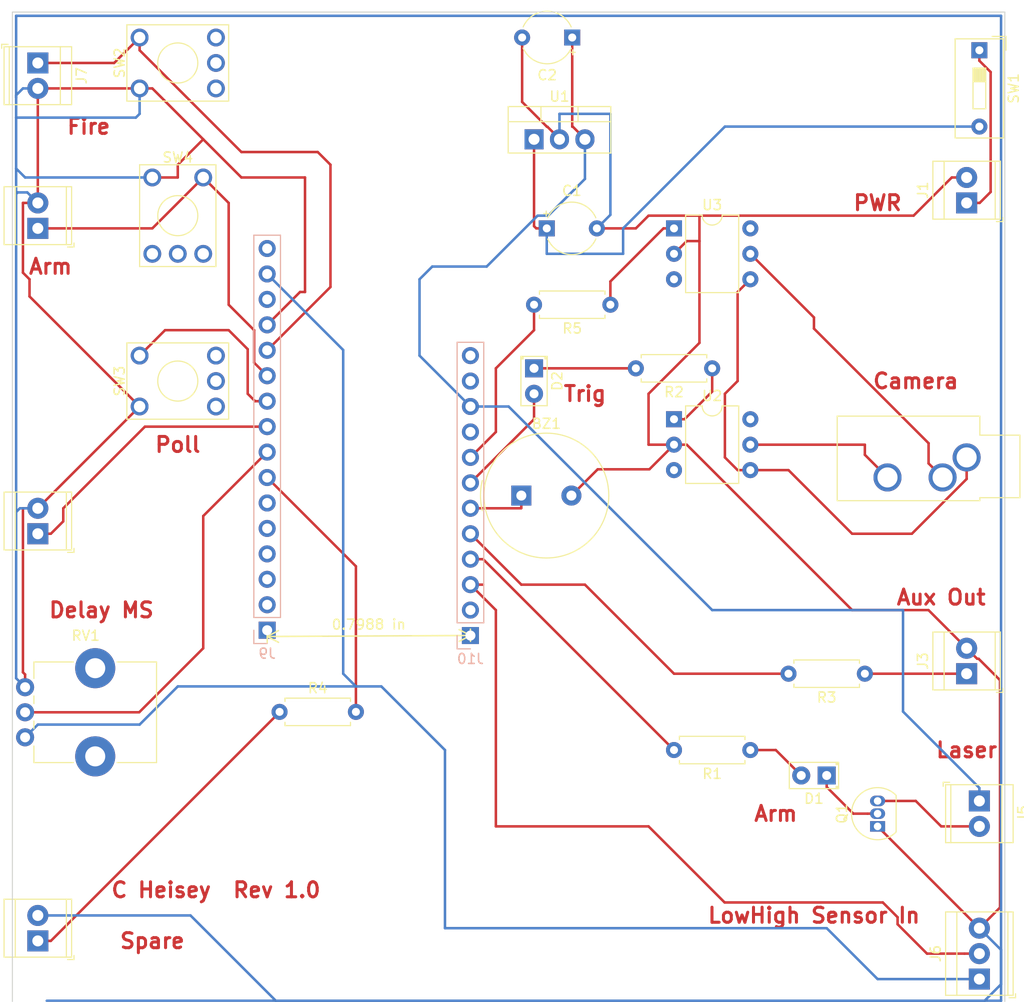
<source format=kicad_pcb>
(kicad_pcb (version 20171130) (host pcbnew "(5.1.4)-1")

  (general
    (thickness 1.6)
    (drawings 18)
    (tracks 232)
    (zones 0)
    (modules 30)
    (nets 46)
  )

  (page A4)
  (layers
    (0 F.Cu signal)
    (31 B.Cu signal)
    (32 B.Adhes user hide)
    (33 F.Adhes user hide)
    (34 B.Paste user hide)
    (35 F.Paste user hide)
    (36 B.SilkS user hide)
    (37 F.SilkS user hide)
    (38 B.Mask user hide)
    (39 F.Mask user hide)
    (40 Dwgs.User user hide)
    (41 Cmts.User user hide)
    (42 Eco1.User user hide)
    (43 Eco2.User user hide)
    (44 Edge.Cuts user hide)
    (45 Margin user hide)
    (46 B.CrtYd user hide)
    (47 F.CrtYd user hide)
    (48 B.Fab user hide)
    (49 F.Fab user hide)
  )

  (setup
    (last_trace_width 0.25)
    (trace_clearance 0.2)
    (zone_clearance 0.508)
    (zone_45_only no)
    (trace_min 0.2)
    (via_size 0.8)
    (via_drill 0.4)
    (via_min_size 0.4)
    (via_min_drill 0.3)
    (uvia_size 0.3)
    (uvia_drill 0.1)
    (uvias_allowed no)
    (uvia_min_size 0.2)
    (uvia_min_drill 0.1)
    (edge_width 0.1)
    (segment_width 0.2)
    (pcb_text_width 0.3)
    (pcb_text_size 1.5 1.5)
    (mod_edge_width 0.15)
    (mod_text_size 1 1)
    (mod_text_width 0.15)
    (pad_size 1.524 1.524)
    (pad_drill 0.762)
    (pad_to_mask_clearance 0)
    (aux_axis_origin 0 0)
    (visible_elements 7FFFFFFF)
    (pcbplotparams
      (layerselection 0x010fc_ffffffff)
      (usegerberextensions false)
      (usegerberattributes false)
      (usegerberadvancedattributes false)
      (creategerberjobfile false)
      (excludeedgelayer true)
      (linewidth 0.100000)
      (plotframeref false)
      (viasonmask false)
      (mode 1)
      (useauxorigin false)
      (hpglpennumber 1)
      (hpglpenspeed 20)
      (hpglpendiameter 15.000000)
      (psnegative false)
      (psa4output false)
      (plotreference true)
      (plotvalue true)
      (plotinvisibletext false)
      (padsonsilk false)
      (subtractmaskfromsilk false)
      (outputformat 1)
      (mirror false)
      (drillshape 0)
      (scaleselection 1)
      (outputdirectory ""))
  )

  (net 0 "")
  (net 1 GND)
  (net 2 Buzzer)
  (net 3 "Net-(C1-Pad1)")
  (net 4 "Net-(D1-Pad2)")
  (net 5 "Net-(D1-Pad1)")
  (net 6 Shutter)
  (net 7 "Net-(D2-Pad1)")
  (net 8 +7.5V)
  (net 9 "Net-(J2-PadR)")
  (net 10 "Net-(J2-PadT)")
  (net 11 "Net-(J2-PadS)")
  (net 12 "Net-(J3-Pad1)")
  (net 13 AuxIn)
  (net 14 "Net-(J5-Pad2)")
  (net 15 SensorIn)
  (net 16 +3V3)
  (net 17 PbTrigIn)
  (net 18 ArmIn)
  (net 19 /~RST)
  (net 20 /AREF)
  (net 21 Poll)
  (net 22 DelayMS)
  (net 23 Spare)
  (net 24 /SCK)
  (net 25 /MOSI)
  (net 26 /MISO)
  (net 27 /RX)
  (net 28 /TX)
  (net 29 /FREE)
  (net 30 /VBAT)
  (net 31 /EN)
  (net 32 +5V)
  (net 33 /13)
  (net 34 Focus)
  (net 35 AuxOut)
  (net 36 ArmInd)
  (net 37 /SCL)
  (net 38 /SDA)
  (net 39 "Net-(J11-Pad1)")
  (net 40 "Net-(R2-Pad1)")
  (net 41 "Net-(R5-Pad1)")
  (net 42 "Net-(U2-Pad6)")
  (net 43 "Net-(U2-Pad3)")
  (net 44 "Net-(U3-Pad6)")
  (net 45 "Net-(U3-Pad3)")

  (net_class Default "This is the default net class."
    (clearance 0.2)
    (trace_width 0.25)
    (via_dia 0.8)
    (via_drill 0.4)
    (uvia_dia 0.3)
    (uvia_drill 0.1)
    (add_net +3V3)
    (add_net +5V)
    (add_net +7.5V)
    (add_net /13)
    (add_net /AREF)
    (add_net /EN)
    (add_net /FREE)
    (add_net /MISO)
    (add_net /MOSI)
    (add_net /RX)
    (add_net /SCK)
    (add_net /SCL)
    (add_net /SDA)
    (add_net /TX)
    (add_net /VBAT)
    (add_net /~RST)
    (add_net ArmIn)
    (add_net ArmInd)
    (add_net AuxIn)
    (add_net AuxOut)
    (add_net Buzzer)
    (add_net DelayMS)
    (add_net Focus)
    (add_net GND)
    (add_net "Net-(C1-Pad1)")
    (add_net "Net-(D1-Pad1)")
    (add_net "Net-(D1-Pad2)")
    (add_net "Net-(D2-Pad1)")
    (add_net "Net-(J11-Pad1)")
    (add_net "Net-(J2-PadR)")
    (add_net "Net-(J2-PadS)")
    (add_net "Net-(J2-PadT)")
    (add_net "Net-(J3-Pad1)")
    (add_net "Net-(J5-Pad2)")
    (add_net "Net-(R2-Pad1)")
    (add_net "Net-(R5-Pad1)")
    (add_net "Net-(U2-Pad3)")
    (add_net "Net-(U2-Pad6)")
    (add_net "Net-(U3-Pad3)")
    (add_net "Net-(U3-Pad6)")
    (add_net PbTrigIn)
    (add_net Poll)
    (add_net SensorIn)
    (add_net Shutter)
    (add_net Spare)
  )

  (module Potentiometer_THT:Potentiometer_Alps_RK09K_Single_Vertical (layer F.Cu) (tedit 5A3D4993) (tstamp 5E02BC8B)
    (at 35.56 156.21)
    (descr "Potentiometer, vertical, Alps RK09K Single, http://www.alps.com/prod/info/E/HTML/Potentiometer/RotaryPotentiometers/RK09K/RK09K_list.html")
    (tags "Potentiometer vertical Alps RK09K Single")
    (path /5E0B33E5)
    (fp_text reference RV1 (at 6.05 -10.15) (layer F.SilkS)
      (effects (font (size 1 1) (thickness 0.15)))
    )
    (fp_text value 10K (at 6.05 5.15) (layer F.Fab)
      (effects (font (size 1 1) (thickness 0.15)))
    )
    (fp_text user %R (at 2 -2.5 90) (layer F.Fab)
      (effects (font (size 1 1) (thickness 0.15)))
    )
    (fp_line (start 13.25 -9.15) (end -1.15 -9.15) (layer F.CrtYd) (width 0.05))
    (fp_line (start 13.25 4.15) (end 13.25 -9.15) (layer F.CrtYd) (width 0.05))
    (fp_line (start -1.15 4.15) (end 13.25 4.15) (layer F.CrtYd) (width 0.05))
    (fp_line (start -1.15 -9.15) (end -1.15 4.15) (layer F.CrtYd) (width 0.05))
    (fp_line (start 13.12 -7.521) (end 13.12 2.52) (layer F.SilkS) (width 0.12))
    (fp_line (start 0.88 0.87) (end 0.88 2.52) (layer F.SilkS) (width 0.12))
    (fp_line (start 0.88 -1.629) (end 0.88 -0.87) (layer F.SilkS) (width 0.12))
    (fp_line (start 0.88 -4.129) (end 0.88 -3.37) (layer F.SilkS) (width 0.12))
    (fp_line (start 0.88 -7.521) (end 0.88 -5.871) (layer F.SilkS) (width 0.12))
    (fp_line (start 9.184 2.52) (end 13.12 2.52) (layer F.SilkS) (width 0.12))
    (fp_line (start 0.88 2.52) (end 4.817 2.52) (layer F.SilkS) (width 0.12))
    (fp_line (start 9.184 -7.521) (end 13.12 -7.521) (layer F.SilkS) (width 0.12))
    (fp_line (start 0.88 -7.521) (end 4.817 -7.521) (layer F.SilkS) (width 0.12))
    (fp_line (start 13 -7.4) (end 1 -7.4) (layer F.Fab) (width 0.1))
    (fp_line (start 13 2.4) (end 13 -7.4) (layer F.Fab) (width 0.1))
    (fp_line (start 1 2.4) (end 13 2.4) (layer F.Fab) (width 0.1))
    (fp_line (start 1 -7.4) (end 1 2.4) (layer F.Fab) (width 0.1))
    (fp_circle (center 7.5 -2.5) (end 10.5 -2.5) (layer F.Fab) (width 0.1))
    (pad "" np_thru_hole circle (at 7 1.9) (size 4 4) (drill 2) (layers *.Cu *.Mask))
    (pad "" np_thru_hole circle (at 7 -6.9) (size 4 4) (drill 2) (layers *.Cu *.Mask))
    (pad 1 thru_hole circle (at 0 0) (size 1.8 1.8) (drill 1) (layers *.Cu *.Mask)
      (net 16 +3V3))
    (pad 2 thru_hole circle (at 0 -2.5) (size 1.8 1.8) (drill 1) (layers *.Cu *.Mask)
      (net 22 DelayMS))
    (pad 3 thru_hole circle (at 0 -5) (size 1.8 1.8) (drill 1) (layers *.Cu *.Mask)
      (net 1 GND))
    (model ${KISYS3DMOD}/Potentiometer_THT.3dshapes/Potentiometer_Alps_RK09K_Single_Vertical.wrl
      (at (xyz 0 0 0))
      (scale (xyz 1 1 1))
      (rotate (xyz 0 0 0))
    )
  )

  (module Package_DIP:DIP-6_W7.62mm (layer F.Cu) (tedit 5A02E8C5) (tstamp 5E02BD55)
    (at 100.33 105.41)
    (descr "6-lead though-hole mounted DIP package, row spacing 7.62 mm (300 mils)")
    (tags "THT DIP DIL PDIP 2.54mm 7.62mm 300mil")
    (path /5E098CE4)
    (fp_text reference U3 (at 3.81 -2.33) (layer F.SilkS)
      (effects (font (size 1 1) (thickness 0.15)))
    )
    (fp_text value 4N25 (at 3.81 7.41) (layer F.Fab)
      (effects (font (size 1 1) (thickness 0.15)))
    )
    (fp_text user %R (at 3.81 2.54) (layer F.Fab)
      (effects (font (size 1 1) (thickness 0.15)))
    )
    (fp_line (start 8.7 -1.55) (end -1.1 -1.55) (layer F.CrtYd) (width 0.05))
    (fp_line (start 8.7 6.6) (end 8.7 -1.55) (layer F.CrtYd) (width 0.05))
    (fp_line (start -1.1 6.6) (end 8.7 6.6) (layer F.CrtYd) (width 0.05))
    (fp_line (start -1.1 -1.55) (end -1.1 6.6) (layer F.CrtYd) (width 0.05))
    (fp_line (start 6.46 -1.33) (end 4.81 -1.33) (layer F.SilkS) (width 0.12))
    (fp_line (start 6.46 6.41) (end 6.46 -1.33) (layer F.SilkS) (width 0.12))
    (fp_line (start 1.16 6.41) (end 6.46 6.41) (layer F.SilkS) (width 0.12))
    (fp_line (start 1.16 -1.33) (end 1.16 6.41) (layer F.SilkS) (width 0.12))
    (fp_line (start 2.81 -1.33) (end 1.16 -1.33) (layer F.SilkS) (width 0.12))
    (fp_line (start 0.635 -0.27) (end 1.635 -1.27) (layer F.Fab) (width 0.1))
    (fp_line (start 0.635 6.35) (end 0.635 -0.27) (layer F.Fab) (width 0.1))
    (fp_line (start 6.985 6.35) (end 0.635 6.35) (layer F.Fab) (width 0.1))
    (fp_line (start 6.985 -1.27) (end 6.985 6.35) (layer F.Fab) (width 0.1))
    (fp_line (start 1.635 -1.27) (end 6.985 -1.27) (layer F.Fab) (width 0.1))
    (fp_arc (start 3.81 -1.33) (end 2.81 -1.33) (angle -180) (layer F.SilkS) (width 0.12))
    (pad 6 thru_hole oval (at 7.62 0) (size 1.6 1.6) (drill 0.8) (layers *.Cu *.Mask)
      (net 44 "Net-(U3-Pad6)"))
    (pad 3 thru_hole oval (at 0 5.08) (size 1.6 1.6) (drill 0.8) (layers *.Cu *.Mask)
      (net 45 "Net-(U3-Pad3)"))
    (pad 5 thru_hole oval (at 7.62 2.54) (size 1.6 1.6) (drill 0.8) (layers *.Cu *.Mask)
      (net 10 "Net-(J2-PadT)"))
    (pad 2 thru_hole oval (at 0 2.54) (size 1.6 1.6) (drill 0.8) (layers *.Cu *.Mask)
      (net 1 GND))
    (pad 4 thru_hole oval (at 7.62 5.08) (size 1.6 1.6) (drill 0.8) (layers *.Cu *.Mask)
      (net 11 "Net-(J2-PadS)"))
    (pad 1 thru_hole rect (at 0 0) (size 1.6 1.6) (drill 0.8) (layers *.Cu *.Mask)
      (net 41 "Net-(R5-Pad1)"))
    (model ${KISYS3DMOD}/Package_DIP.3dshapes/DIP-6_W7.62mm.wrl
      (at (xyz 0 0 0))
      (scale (xyz 1 1 1))
      (rotate (xyz 0 0 0))
    )
  )

  (module Package_DIP:DIP-6_W7.62mm (layer F.Cu) (tedit 5A02E8C5) (tstamp 5E02BD3B)
    (at 100.33 124.46)
    (descr "6-lead though-hole mounted DIP package, row spacing 7.62 mm (300 mils)")
    (tags "THT DIP DIL PDIP 2.54mm 7.62mm 300mil")
    (path /5DFF9EB7)
    (fp_text reference U2 (at 3.81 -2.33) (layer F.SilkS)
      (effects (font (size 1 1) (thickness 0.15)))
    )
    (fp_text value 4N25 (at 3.81 7.41) (layer F.Fab)
      (effects (font (size 1 1) (thickness 0.15)))
    )
    (fp_text user %R (at 3.81 2.54) (layer F.Fab)
      (effects (font (size 1 1) (thickness 0.15)))
    )
    (fp_line (start 8.7 -1.55) (end -1.1 -1.55) (layer F.CrtYd) (width 0.05))
    (fp_line (start 8.7 6.6) (end 8.7 -1.55) (layer F.CrtYd) (width 0.05))
    (fp_line (start -1.1 6.6) (end 8.7 6.6) (layer F.CrtYd) (width 0.05))
    (fp_line (start -1.1 -1.55) (end -1.1 6.6) (layer F.CrtYd) (width 0.05))
    (fp_line (start 6.46 -1.33) (end 4.81 -1.33) (layer F.SilkS) (width 0.12))
    (fp_line (start 6.46 6.41) (end 6.46 -1.33) (layer F.SilkS) (width 0.12))
    (fp_line (start 1.16 6.41) (end 6.46 6.41) (layer F.SilkS) (width 0.12))
    (fp_line (start 1.16 -1.33) (end 1.16 6.41) (layer F.SilkS) (width 0.12))
    (fp_line (start 2.81 -1.33) (end 1.16 -1.33) (layer F.SilkS) (width 0.12))
    (fp_line (start 0.635 -0.27) (end 1.635 -1.27) (layer F.Fab) (width 0.1))
    (fp_line (start 0.635 6.35) (end 0.635 -0.27) (layer F.Fab) (width 0.1))
    (fp_line (start 6.985 6.35) (end 0.635 6.35) (layer F.Fab) (width 0.1))
    (fp_line (start 6.985 -1.27) (end 6.985 6.35) (layer F.Fab) (width 0.1))
    (fp_line (start 1.635 -1.27) (end 6.985 -1.27) (layer F.Fab) (width 0.1))
    (fp_arc (start 3.81 -1.33) (end 2.81 -1.33) (angle -180) (layer F.SilkS) (width 0.12))
    (pad 6 thru_hole oval (at 7.62 0) (size 1.6 1.6) (drill 0.8) (layers *.Cu *.Mask)
      (net 42 "Net-(U2-Pad6)"))
    (pad 3 thru_hole oval (at 0 5.08) (size 1.6 1.6) (drill 0.8) (layers *.Cu *.Mask)
      (net 43 "Net-(U2-Pad3)"))
    (pad 5 thru_hole oval (at 7.62 2.54) (size 1.6 1.6) (drill 0.8) (layers *.Cu *.Mask)
      (net 9 "Net-(J2-PadR)"))
    (pad 2 thru_hole oval (at 0 2.54) (size 1.6 1.6) (drill 0.8) (layers *.Cu *.Mask)
      (net 1 GND))
    (pad 4 thru_hole oval (at 7.62 5.08) (size 1.6 1.6) (drill 0.8) (layers *.Cu *.Mask)
      (net 11 "Net-(J2-PadS)"))
    (pad 1 thru_hole rect (at 0 0) (size 1.6 1.6) (drill 0.8) (layers *.Cu *.Mask)
      (net 40 "Net-(R2-Pad1)"))
    (model ${KISYS3DMOD}/Package_DIP.3dshapes/DIP-6_W7.62mm.wrl
      (at (xyz 0 0 0))
      (scale (xyz 1 1 1))
      (rotate (xyz 0 0 0))
    )
  )

  (module Package_TO_SOT_THT:TO-220-3_Vertical (layer F.Cu) (tedit 5AC8BA0D) (tstamp 5E02BD21)
    (at 86.36 96.52)
    (descr "TO-220-3, Vertical, RM 2.54mm, see https://www.vishay.com/docs/66542/to-220-1.pdf")
    (tags "TO-220-3 Vertical RM 2.54mm")
    (path /5DFD7997)
    (fp_text reference U1 (at 2.54 -4.27) (layer F.SilkS)
      (effects (font (size 1 1) (thickness 0.15)))
    )
    (fp_text value LM7805_TO220 (at 2.54 2.5) (layer F.Fab)
      (effects (font (size 1 1) (thickness 0.15)))
    )
    (fp_text user %R (at 2.54 -4.27) (layer F.Fab)
      (effects (font (size 1 1) (thickness 0.15)))
    )
    (fp_line (start 7.79 -3.4) (end -2.71 -3.4) (layer F.CrtYd) (width 0.05))
    (fp_line (start 7.79 1.51) (end 7.79 -3.4) (layer F.CrtYd) (width 0.05))
    (fp_line (start -2.71 1.51) (end 7.79 1.51) (layer F.CrtYd) (width 0.05))
    (fp_line (start -2.71 -3.4) (end -2.71 1.51) (layer F.CrtYd) (width 0.05))
    (fp_line (start 4.391 -3.27) (end 4.391 -1.76) (layer F.SilkS) (width 0.12))
    (fp_line (start 0.69 -3.27) (end 0.69 -1.76) (layer F.SilkS) (width 0.12))
    (fp_line (start -2.58 -1.76) (end 7.66 -1.76) (layer F.SilkS) (width 0.12))
    (fp_line (start 7.66 -3.27) (end 7.66 1.371) (layer F.SilkS) (width 0.12))
    (fp_line (start -2.58 -3.27) (end -2.58 1.371) (layer F.SilkS) (width 0.12))
    (fp_line (start -2.58 1.371) (end 7.66 1.371) (layer F.SilkS) (width 0.12))
    (fp_line (start -2.58 -3.27) (end 7.66 -3.27) (layer F.SilkS) (width 0.12))
    (fp_line (start 4.39 -3.15) (end 4.39 -1.88) (layer F.Fab) (width 0.1))
    (fp_line (start 0.69 -3.15) (end 0.69 -1.88) (layer F.Fab) (width 0.1))
    (fp_line (start -2.46 -1.88) (end 7.54 -1.88) (layer F.Fab) (width 0.1))
    (fp_line (start 7.54 -3.15) (end -2.46 -3.15) (layer F.Fab) (width 0.1))
    (fp_line (start 7.54 1.25) (end 7.54 -3.15) (layer F.Fab) (width 0.1))
    (fp_line (start -2.46 1.25) (end 7.54 1.25) (layer F.Fab) (width 0.1))
    (fp_line (start -2.46 -3.15) (end -2.46 1.25) (layer F.Fab) (width 0.1))
    (pad 3 thru_hole oval (at 5.08 0) (size 1.905 2) (drill 1.1) (layers *.Cu *.Mask)
      (net 32 +5V))
    (pad 2 thru_hole oval (at 2.54 0) (size 1.905 2) (drill 1.1) (layers *.Cu *.Mask)
      (net 1 GND))
    (pad 1 thru_hole rect (at 0 0) (size 1.905 2) (drill 1.1) (layers *.Cu *.Mask)
      (net 3 "Net-(C1-Pad1)"))
    (model ${KISYS3DMOD}/Package_TO_SOT_THT.3dshapes/TO-220-3_Vertical.wrl
      (at (xyz 0 0 0))
      (scale (xyz 1 1 1))
      (rotate (xyz 0 0 0))
    )
  )

  (module Button_Switch_THT:KSA_Tactile_SPST (layer F.Cu) (tedit 5A02FE31) (tstamp 5E02BD07)
    (at 48.26 100.33)
    (descr "KSA http://www.ckswitches.com/media/1457/ksa_ksl.pdf")
    (tags "SWITCH SMD KSA SW")
    (path /5DFEFCE6)
    (fp_text reference SW4 (at 2.54 -2) (layer F.SilkS)
      (effects (font (size 1 1) (thickness 0.15)))
    )
    (fp_text value SW_Arm (at 2.54 10) (layer F.Fab)
      (effects (font (size 1 1) (thickness 0.15)))
    )
    (fp_line (start 6.24 7.91) (end 6.24 -0.29) (layer F.Fab) (width 0.1))
    (fp_circle (center 2.54 3.81) (end 0.54 3.81) (layer F.SilkS) (width 0.12))
    (fp_line (start 6.49 8.75) (end -1.41 8.75) (layer F.CrtYd) (width 0.05))
    (fp_line (start 6.49 8.75) (end 6.49 -1.14) (layer F.CrtYd) (width 0.05))
    (fp_line (start -1.41 -1.14) (end -1.41 8.75) (layer F.CrtYd) (width 0.05))
    (fp_line (start -1.41 -1.14) (end 6.49 -1.14) (layer F.CrtYd) (width 0.05))
    (fp_line (start -1.27 8.89) (end 6.35 8.89) (layer F.SilkS) (width 0.12))
    (fp_line (start -1.27 -1.27) (end -1.27 8.89) (layer F.SilkS) (width 0.12))
    (fp_line (start -1.27 -1.27) (end 6.35 -1.27) (layer F.SilkS) (width 0.12))
    (fp_line (start 6.35 8.89) (end 6.35 -1.27) (layer F.SilkS) (width 0.12))
    (fp_text user %R (at 5.08 5.08 90) (layer F.Fab)
      (effects (font (size 1 1) (thickness 0.15)))
    )
    (fp_line (start -1.16 7.91) (end -1.16 -0.29) (layer F.Fab) (width 0.1))
    (fp_line (start 6.24 -0.29) (end -1.16 -0.29) (layer F.Fab) (width 0.1))
    (fp_line (start -1.16 7.91) (end 6.24 7.91) (layer F.Fab) (width 0.1))
    (pad 5 thru_hole circle (at 0 7.62) (size 1.778 1.778) (drill 1.143) (layers *.Cu *.Mask))
    (pad 4 thru_hole circle (at 2.54 7.62) (size 1.778 1.778) (drill 1.143) (layers *.Cu *.Mask))
    (pad 3 thru_hole circle (at 5.08 7.62) (size 1.778 1.778) (drill 1.143) (layers *.Cu *.Mask))
    (pad 2 thru_hole circle (at 5.08 0) (size 1.778 1.778) (drill 1.143) (layers *.Cu *.Mask)
      (net 18 ArmIn))
    (pad 1 thru_hole circle (at 0 0) (size 1.778 1.778) (drill 1.143) (layers *.Cu *.Mask)
      (net 1 GND))
    (model ${KISYS3DMOD}/Button_Switch_THT.3dshapes/KSA_Tactile_SPST.wrl
      (at (xyz 0 0 0))
      (scale (xyz 1 1 1))
      (rotate (xyz 0 0 0))
    )
  )

  (module Button_Switch_THT:KSA_Tactile_SPST (layer F.Cu) (tedit 5A02FE31) (tstamp 5E02BCF0)
    (at 46.99 123.19 90)
    (descr "KSA http://www.ckswitches.com/media/1457/ksa_ksl.pdf")
    (tags "SWITCH SMD KSA SW")
    (path /5DFF039B)
    (fp_text reference SW3 (at 2.54 -2 90) (layer F.SilkS)
      (effects (font (size 1 1) (thickness 0.15)))
    )
    (fp_text value SW_Poll (at 2.54 10 90) (layer F.Fab)
      (effects (font (size 1 1) (thickness 0.15)))
    )
    (fp_line (start 6.24 7.91) (end 6.24 -0.29) (layer F.Fab) (width 0.1))
    (fp_circle (center 2.54 3.81) (end 0.54 3.81) (layer F.SilkS) (width 0.12))
    (fp_line (start 6.49 8.75) (end -1.41 8.75) (layer F.CrtYd) (width 0.05))
    (fp_line (start 6.49 8.75) (end 6.49 -1.14) (layer F.CrtYd) (width 0.05))
    (fp_line (start -1.41 -1.14) (end -1.41 8.75) (layer F.CrtYd) (width 0.05))
    (fp_line (start -1.41 -1.14) (end 6.49 -1.14) (layer F.CrtYd) (width 0.05))
    (fp_line (start -1.27 8.89) (end 6.35 8.89) (layer F.SilkS) (width 0.12))
    (fp_line (start -1.27 -1.27) (end -1.27 8.89) (layer F.SilkS) (width 0.12))
    (fp_line (start -1.27 -1.27) (end 6.35 -1.27) (layer F.SilkS) (width 0.12))
    (fp_line (start 6.35 8.89) (end 6.35 -1.27) (layer F.SilkS) (width 0.12))
    (fp_text user %R (at 2.54 4 90) (layer F.Fab)
      (effects (font (size 1 1) (thickness 0.15)))
    )
    (fp_line (start -1.16 7.91) (end -1.16 -0.29) (layer F.Fab) (width 0.1))
    (fp_line (start 6.24 -0.29) (end -1.16 -0.29) (layer F.Fab) (width 0.1))
    (fp_line (start -1.16 7.91) (end 6.24 7.91) (layer F.Fab) (width 0.1))
    (pad 5 thru_hole circle (at 0 7.62 90) (size 1.778 1.778) (drill 1.143) (layers *.Cu *.Mask))
    (pad 4 thru_hole circle (at 2.54 7.62 90) (size 1.778 1.778) (drill 1.143) (layers *.Cu *.Mask))
    (pad 3 thru_hole circle (at 5.08 7.62 90) (size 1.778 1.778) (drill 1.143) (layers *.Cu *.Mask))
    (pad 2 thru_hole circle (at 5.08 0 90) (size 1.778 1.778) (drill 1.143) (layers *.Cu *.Mask)
      (net 21 Poll))
    (pad 1 thru_hole circle (at 0 0 90) (size 1.778 1.778) (drill 1.143) (layers *.Cu *.Mask)
      (net 1 GND))
    (model ${KISYS3DMOD}/Button_Switch_THT.3dshapes/KSA_Tactile_SPST.wrl
      (at (xyz 0 0 0))
      (scale (xyz 1 1 1))
      (rotate (xyz 0 0 0))
    )
  )

  (module Button_Switch_THT:KSA_Tactile_SPST (layer F.Cu) (tedit 5A02FE31) (tstamp 5E02BCD9)
    (at 46.99 91.44 90)
    (descr "KSA http://www.ckswitches.com/media/1457/ksa_ksl.pdf")
    (tags "SWITCH SMD KSA SW")
    (path /5DFEF713)
    (fp_text reference SW2 (at 2.54 -2 90) (layer F.SilkS)
      (effects (font (size 1 1) (thickness 0.15)))
    )
    (fp_text value SW_Trigger (at 2.54 10 90) (layer F.Fab)
      (effects (font (size 1 1) (thickness 0.15)))
    )
    (fp_line (start 6.24 7.91) (end 6.24 -0.29) (layer F.Fab) (width 0.1))
    (fp_circle (center 2.54 3.81) (end 0.54 3.81) (layer F.SilkS) (width 0.12))
    (fp_line (start 6.49 8.75) (end -1.41 8.75) (layer F.CrtYd) (width 0.05))
    (fp_line (start 6.49 8.75) (end 6.49 -1.14) (layer F.CrtYd) (width 0.05))
    (fp_line (start -1.41 -1.14) (end -1.41 8.75) (layer F.CrtYd) (width 0.05))
    (fp_line (start -1.41 -1.14) (end 6.49 -1.14) (layer F.CrtYd) (width 0.05))
    (fp_line (start -1.27 8.89) (end 6.35 8.89) (layer F.SilkS) (width 0.12))
    (fp_line (start -1.27 -1.27) (end -1.27 8.89) (layer F.SilkS) (width 0.12))
    (fp_line (start -1.27 -1.27) (end 6.35 -1.27) (layer F.SilkS) (width 0.12))
    (fp_line (start 6.35 8.89) (end 6.35 -1.27) (layer F.SilkS) (width 0.12))
    (fp_text user %R (at 2.54 4) (layer F.Fab)
      (effects (font (size 1 1) (thickness 0.15)))
    )
    (fp_line (start -1.16 7.91) (end -1.16 -0.29) (layer F.Fab) (width 0.1))
    (fp_line (start 6.24 -0.29) (end -1.16 -0.29) (layer F.Fab) (width 0.1))
    (fp_line (start -1.16 7.91) (end 6.24 7.91) (layer F.Fab) (width 0.1))
    (pad 5 thru_hole circle (at 0 7.62 90) (size 1.778 1.778) (drill 1.143) (layers *.Cu *.Mask))
    (pad 4 thru_hole circle (at 2.54 7.62 90) (size 1.778 1.778) (drill 1.143) (layers *.Cu *.Mask))
    (pad 3 thru_hole circle (at 5.08 7.62 90) (size 1.778 1.778) (drill 1.143) (layers *.Cu *.Mask))
    (pad 2 thru_hole circle (at 5.08 0 90) (size 1.778 1.778) (drill 1.143) (layers *.Cu *.Mask)
      (net 17 PbTrigIn))
    (pad 1 thru_hole circle (at 0 0 90) (size 1.778 1.778) (drill 1.143) (layers *.Cu *.Mask)
      (net 1 GND))
    (model ${KISYS3DMOD}/Button_Switch_THT.3dshapes/KSA_Tactile_SPST.wrl
      (at (xyz 0 0 0))
      (scale (xyz 1 1 1))
      (rotate (xyz 0 0 0))
    )
  )

  (module Button_Switch_THT:SW_DIP_SPSTx01_Slide_9.78x4.72mm_W7.62mm_P2.54mm (layer F.Cu) (tedit 5A4E1404) (tstamp 5E02BCC2)
    (at 130.81 87.63 270)
    (descr "1x-dip-switch SPST , Slide, row spacing 7.62 mm (300 mils), body size 9.78x4.72mm (see e.g. https://www.ctscorp.com/wp-content/uploads/206-208.pdf)")
    (tags "DIP Switch SPST Slide 7.62mm 300mil")
    (path /5DFF1911)
    (fp_text reference SW1 (at 3.81 -3.42 90) (layer F.SilkS)
      (effects (font (size 1 1) (thickness 0.15)))
    )
    (fp_text value SW_Power (at 3.81 3.42 90) (layer F.Fab)
      (effects (font (size 1 1) (thickness 0.15)))
    )
    (fp_text user on (at 5.365 -1.4975 90) (layer F.Fab)
      (effects (font (size 0.6 0.6) (thickness 0.09)))
    )
    (fp_text user %R (at 7.27 0) (layer F.Fab)
      (effects (font (size 0.6 0.6) (thickness 0.09)))
    )
    (fp_line (start 8.95 -2.7) (end -1.35 -2.7) (layer F.CrtYd) (width 0.05))
    (fp_line (start 8.95 2.7) (end 8.95 -2.7) (layer F.CrtYd) (width 0.05))
    (fp_line (start -1.35 2.7) (end 8.95 2.7) (layer F.CrtYd) (width 0.05))
    (fp_line (start -1.35 -2.7) (end -1.35 2.7) (layer F.CrtYd) (width 0.05))
    (fp_line (start 3.133333 -0.635) (end 3.133333 0.635) (layer F.SilkS) (width 0.12))
    (fp_line (start 1.78 0.565) (end 3.133333 0.565) (layer F.SilkS) (width 0.12))
    (fp_line (start 1.78 0.445) (end 3.133333 0.445) (layer F.SilkS) (width 0.12))
    (fp_line (start 1.78 0.325) (end 3.133333 0.325) (layer F.SilkS) (width 0.12))
    (fp_line (start 1.78 0.205) (end 3.133333 0.205) (layer F.SilkS) (width 0.12))
    (fp_line (start 1.78 0.085) (end 3.133333 0.085) (layer F.SilkS) (width 0.12))
    (fp_line (start 1.78 -0.035) (end 3.133333 -0.035) (layer F.SilkS) (width 0.12))
    (fp_line (start 1.78 -0.155) (end 3.133333 -0.155) (layer F.SilkS) (width 0.12))
    (fp_line (start 1.78 -0.275) (end 3.133333 -0.275) (layer F.SilkS) (width 0.12))
    (fp_line (start 1.78 -0.395) (end 3.133333 -0.395) (layer F.SilkS) (width 0.12))
    (fp_line (start 1.78 -0.515) (end 3.133333 -0.515) (layer F.SilkS) (width 0.12))
    (fp_line (start 5.84 -0.635) (end 1.78 -0.635) (layer F.SilkS) (width 0.12))
    (fp_line (start 5.84 0.635) (end 5.84 -0.635) (layer F.SilkS) (width 0.12))
    (fp_line (start 1.78 0.635) (end 5.84 0.635) (layer F.SilkS) (width 0.12))
    (fp_line (start 1.78 -0.635) (end 1.78 0.635) (layer F.SilkS) (width 0.12))
    (fp_line (start -1.38 -2.66) (end -1.38 -1.277) (layer F.SilkS) (width 0.12))
    (fp_line (start -1.38 -2.66) (end 0.004 -2.66) (layer F.SilkS) (width 0.12))
    (fp_line (start 8.76 -2.42) (end 8.76 2.42) (layer F.SilkS) (width 0.12))
    (fp_line (start -1.14 -2.42) (end -1.14 2.42) (layer F.SilkS) (width 0.12))
    (fp_line (start -1.14 2.42) (end 8.76 2.42) (layer F.SilkS) (width 0.12))
    (fp_line (start -1.14 -2.42) (end 8.76 -2.42) (layer F.SilkS) (width 0.12))
    (fp_line (start 3.133333 -0.635) (end 3.133333 0.635) (layer F.Fab) (width 0.1))
    (fp_line (start 1.78 0.565) (end 3.133333 0.565) (layer F.Fab) (width 0.1))
    (fp_line (start 1.78 0.465) (end 3.133333 0.465) (layer F.Fab) (width 0.1))
    (fp_line (start 1.78 0.365) (end 3.133333 0.365) (layer F.Fab) (width 0.1))
    (fp_line (start 1.78 0.265) (end 3.133333 0.265) (layer F.Fab) (width 0.1))
    (fp_line (start 1.78 0.165) (end 3.133333 0.165) (layer F.Fab) (width 0.1))
    (fp_line (start 1.78 0.065) (end 3.133333 0.065) (layer F.Fab) (width 0.1))
    (fp_line (start 1.78 -0.035) (end 3.133333 -0.035) (layer F.Fab) (width 0.1))
    (fp_line (start 1.78 -0.135) (end 3.133333 -0.135) (layer F.Fab) (width 0.1))
    (fp_line (start 1.78 -0.235) (end 3.133333 -0.235) (layer F.Fab) (width 0.1))
    (fp_line (start 1.78 -0.335) (end 3.133333 -0.335) (layer F.Fab) (width 0.1))
    (fp_line (start 1.78 -0.435) (end 3.133333 -0.435) (layer F.Fab) (width 0.1))
    (fp_line (start 1.78 -0.535) (end 3.133333 -0.535) (layer F.Fab) (width 0.1))
    (fp_line (start 5.84 -0.635) (end 1.78 -0.635) (layer F.Fab) (width 0.1))
    (fp_line (start 5.84 0.635) (end 5.84 -0.635) (layer F.Fab) (width 0.1))
    (fp_line (start 1.78 0.635) (end 5.84 0.635) (layer F.Fab) (width 0.1))
    (fp_line (start 1.78 -0.635) (end 1.78 0.635) (layer F.Fab) (width 0.1))
    (fp_line (start -1.08 -1.36) (end -0.08 -2.36) (layer F.Fab) (width 0.1))
    (fp_line (start -1.08 2.36) (end -1.08 -1.36) (layer F.Fab) (width 0.1))
    (fp_line (start 8.7 2.36) (end -1.08 2.36) (layer F.Fab) (width 0.1))
    (fp_line (start 8.7 -2.36) (end 8.7 2.36) (layer F.Fab) (width 0.1))
    (fp_line (start -0.08 -2.36) (end 8.7 -2.36) (layer F.Fab) (width 0.1))
    (pad 2 thru_hole oval (at 7.62 0 270) (size 1.6 1.6) (drill 0.8) (layers *.Cu *.Mask)
      (net 3 "Net-(C1-Pad1)"))
    (pad 1 thru_hole rect (at 0 0 270) (size 1.6 1.6) (drill 0.8) (layers *.Cu *.Mask)
      (net 8 +7.5V))
    (model ${KISYS3DMOD}/Button_Switch_THT.3dshapes/SW_DIP_SPSTx01_Slide_9.78x4.72mm_W7.62mm_P2.54mm.wrl
      (at (xyz 0 0 0))
      (scale (xyz 1 1 1))
      (rotate (xyz 0 0 90))
    )
  )

  (module Resistor_THT:R_Axial_DIN0207_L6.3mm_D2.5mm_P7.62mm_Horizontal (layer F.Cu) (tedit 5AE5139B) (tstamp 5E02BC65)
    (at 93.98 113.03 180)
    (descr "Resistor, Axial_DIN0207 series, Axial, Horizontal, pin pitch=7.62mm, 0.25W = 1/4W, length*diameter=6.3*2.5mm^2, http://cdn-reichelt.de/documents/datenblatt/B400/1_4W%23YAG.pdf")
    (tags "Resistor Axial_DIN0207 series Axial Horizontal pin pitch 7.62mm 0.25W = 1/4W length 6.3mm diameter 2.5mm")
    (path /5E098CF0)
    (fp_text reference R5 (at 3.81 -2.37) (layer F.SilkS)
      (effects (font (size 1 1) (thickness 0.15)))
    )
    (fp_text value 220 (at 3.81 2.37) (layer F.Fab)
      (effects (font (size 1 1) (thickness 0.15)))
    )
    (fp_text user %R (at 3.81 0) (layer F.Fab)
      (effects (font (size 1 1) (thickness 0.15)))
    )
    (fp_line (start 8.67 -1.5) (end -1.05 -1.5) (layer F.CrtYd) (width 0.05))
    (fp_line (start 8.67 1.5) (end 8.67 -1.5) (layer F.CrtYd) (width 0.05))
    (fp_line (start -1.05 1.5) (end 8.67 1.5) (layer F.CrtYd) (width 0.05))
    (fp_line (start -1.05 -1.5) (end -1.05 1.5) (layer F.CrtYd) (width 0.05))
    (fp_line (start 7.08 1.37) (end 7.08 1.04) (layer F.SilkS) (width 0.12))
    (fp_line (start 0.54 1.37) (end 7.08 1.37) (layer F.SilkS) (width 0.12))
    (fp_line (start 0.54 1.04) (end 0.54 1.37) (layer F.SilkS) (width 0.12))
    (fp_line (start 7.08 -1.37) (end 7.08 -1.04) (layer F.SilkS) (width 0.12))
    (fp_line (start 0.54 -1.37) (end 7.08 -1.37) (layer F.SilkS) (width 0.12))
    (fp_line (start 0.54 -1.04) (end 0.54 -1.37) (layer F.SilkS) (width 0.12))
    (fp_line (start 7.62 0) (end 6.96 0) (layer F.Fab) (width 0.1))
    (fp_line (start 0 0) (end 0.66 0) (layer F.Fab) (width 0.1))
    (fp_line (start 6.96 -1.25) (end 0.66 -1.25) (layer F.Fab) (width 0.1))
    (fp_line (start 6.96 1.25) (end 6.96 -1.25) (layer F.Fab) (width 0.1))
    (fp_line (start 0.66 1.25) (end 6.96 1.25) (layer F.Fab) (width 0.1))
    (fp_line (start 0.66 -1.25) (end 0.66 1.25) (layer F.Fab) (width 0.1))
    (pad 2 thru_hole oval (at 7.62 0 180) (size 1.6 1.6) (drill 0.8) (layers *.Cu *.Mask)
      (net 34 Focus))
    (pad 1 thru_hole circle (at 0 0 180) (size 1.6 1.6) (drill 0.8) (layers *.Cu *.Mask)
      (net 41 "Net-(R5-Pad1)"))
    (model ${KISYS3DMOD}/Resistor_THT.3dshapes/R_Axial_DIN0207_L6.3mm_D2.5mm_P7.62mm_Horizontal.wrl
      (at (xyz 0 0 0))
      (scale (xyz 1 1 1))
      (rotate (xyz 0 0 0))
    )
  )

  (module Resistor_THT:R_Axial_DIN0207_L6.3mm_D2.5mm_P7.62mm_Horizontal (layer F.Cu) (tedit 5AE5139B) (tstamp 5E02BC4E)
    (at 60.96 153.67)
    (descr "Resistor, Axial_DIN0207 series, Axial, Horizontal, pin pitch=7.62mm, 0.25W = 1/4W, length*diameter=6.3*2.5mm^2, http://cdn-reichelt.de/documents/datenblatt/B400/1_4W%23YAG.pdf")
    (tags "Resistor Axial_DIN0207 series Axial Horizontal pin pitch 7.62mm 0.25W = 1/4W length 6.3mm diameter 2.5mm")
    (path /5E08DD99)
    (fp_text reference R4 (at 3.81 -2.37) (layer F.SilkS)
      (effects (font (size 1 1) (thickness 0.15)))
    )
    (fp_text value 5K (at 3.81 2.37) (layer F.Fab)
      (effects (font (size 1 1) (thickness 0.15)))
    )
    (fp_text user %R (at 3.81 0) (layer F.Fab)
      (effects (font (size 1 1) (thickness 0.15)))
    )
    (fp_line (start 8.67 -1.5) (end -1.05 -1.5) (layer F.CrtYd) (width 0.05))
    (fp_line (start 8.67 1.5) (end 8.67 -1.5) (layer F.CrtYd) (width 0.05))
    (fp_line (start -1.05 1.5) (end 8.67 1.5) (layer F.CrtYd) (width 0.05))
    (fp_line (start -1.05 -1.5) (end -1.05 1.5) (layer F.CrtYd) (width 0.05))
    (fp_line (start 7.08 1.37) (end 7.08 1.04) (layer F.SilkS) (width 0.12))
    (fp_line (start 0.54 1.37) (end 7.08 1.37) (layer F.SilkS) (width 0.12))
    (fp_line (start 0.54 1.04) (end 0.54 1.37) (layer F.SilkS) (width 0.12))
    (fp_line (start 7.08 -1.37) (end 7.08 -1.04) (layer F.SilkS) (width 0.12))
    (fp_line (start 0.54 -1.37) (end 7.08 -1.37) (layer F.SilkS) (width 0.12))
    (fp_line (start 0.54 -1.04) (end 0.54 -1.37) (layer F.SilkS) (width 0.12))
    (fp_line (start 7.62 0) (end 6.96 0) (layer F.Fab) (width 0.1))
    (fp_line (start 0 0) (end 0.66 0) (layer F.Fab) (width 0.1))
    (fp_line (start 6.96 -1.25) (end 0.66 -1.25) (layer F.Fab) (width 0.1))
    (fp_line (start 6.96 1.25) (end 6.96 -1.25) (layer F.Fab) (width 0.1))
    (fp_line (start 0.66 1.25) (end 6.96 1.25) (layer F.Fab) (width 0.1))
    (fp_line (start 0.66 -1.25) (end 0.66 1.25) (layer F.Fab) (width 0.1))
    (pad 2 thru_hole oval (at 7.62 0) (size 1.6 1.6) (drill 0.8) (layers *.Cu *.Mask)
      (net 23 Spare))
    (pad 1 thru_hole circle (at 0 0) (size 1.6 1.6) (drill 0.8) (layers *.Cu *.Mask)
      (net 39 "Net-(J11-Pad1)"))
    (model ${KISYS3DMOD}/Resistor_THT.3dshapes/R_Axial_DIN0207_L6.3mm_D2.5mm_P7.62mm_Horizontal.wrl
      (at (xyz 0 0 0))
      (scale (xyz 1 1 1))
      (rotate (xyz 0 0 0))
    )
  )

  (module Resistor_THT:R_Axial_DIN0207_L6.3mm_D2.5mm_P7.62mm_Horizontal (layer F.Cu) (tedit 5AE5139B) (tstamp 5E02BC37)
    (at 119.38 149.86 180)
    (descr "Resistor, Axial_DIN0207 series, Axial, Horizontal, pin pitch=7.62mm, 0.25W = 1/4W, length*diameter=6.3*2.5mm^2, http://cdn-reichelt.de/documents/datenblatt/B400/1_4W%23YAG.pdf")
    (tags "Resistor Axial_DIN0207 series Axial Horizontal pin pitch 7.62mm 0.25W = 1/4W length 6.3mm diameter 2.5mm")
    (path /5E05BFAD)
    (fp_text reference R3 (at 3.81 -2.37) (layer F.SilkS)
      (effects (font (size 1 1) (thickness 0.15)))
    )
    (fp_text value 5K (at 3.81 2.37) (layer F.Fab)
      (effects (font (size 1 1) (thickness 0.15)))
    )
    (fp_text user %R (at 3.81 0) (layer F.Fab)
      (effects (font (size 1 1) (thickness 0.15)))
    )
    (fp_line (start 8.67 -1.5) (end -1.05 -1.5) (layer F.CrtYd) (width 0.05))
    (fp_line (start 8.67 1.5) (end 8.67 -1.5) (layer F.CrtYd) (width 0.05))
    (fp_line (start -1.05 1.5) (end 8.67 1.5) (layer F.CrtYd) (width 0.05))
    (fp_line (start -1.05 -1.5) (end -1.05 1.5) (layer F.CrtYd) (width 0.05))
    (fp_line (start 7.08 1.37) (end 7.08 1.04) (layer F.SilkS) (width 0.12))
    (fp_line (start 0.54 1.37) (end 7.08 1.37) (layer F.SilkS) (width 0.12))
    (fp_line (start 0.54 1.04) (end 0.54 1.37) (layer F.SilkS) (width 0.12))
    (fp_line (start 7.08 -1.37) (end 7.08 -1.04) (layer F.SilkS) (width 0.12))
    (fp_line (start 0.54 -1.37) (end 7.08 -1.37) (layer F.SilkS) (width 0.12))
    (fp_line (start 0.54 -1.04) (end 0.54 -1.37) (layer F.SilkS) (width 0.12))
    (fp_line (start 7.62 0) (end 6.96 0) (layer F.Fab) (width 0.1))
    (fp_line (start 0 0) (end 0.66 0) (layer F.Fab) (width 0.1))
    (fp_line (start 6.96 -1.25) (end 0.66 -1.25) (layer F.Fab) (width 0.1))
    (fp_line (start 6.96 1.25) (end 6.96 -1.25) (layer F.Fab) (width 0.1))
    (fp_line (start 0.66 1.25) (end 6.96 1.25) (layer F.Fab) (width 0.1))
    (fp_line (start 0.66 -1.25) (end 0.66 1.25) (layer F.Fab) (width 0.1))
    (pad 2 thru_hole oval (at 7.62 0 180) (size 1.6 1.6) (drill 0.8) (layers *.Cu *.Mask)
      (net 35 AuxOut))
    (pad 1 thru_hole circle (at 0 0 180) (size 1.6 1.6) (drill 0.8) (layers *.Cu *.Mask)
      (net 12 "Net-(J3-Pad1)"))
    (model ${KISYS3DMOD}/Resistor_THT.3dshapes/R_Axial_DIN0207_L6.3mm_D2.5mm_P7.62mm_Horizontal.wrl
      (at (xyz 0 0 0))
      (scale (xyz 1 1 1))
      (rotate (xyz 0 0 0))
    )
  )

  (module Resistor_THT:R_Axial_DIN0207_L6.3mm_D2.5mm_P7.62mm_Horizontal (layer F.Cu) (tedit 5AE5139B) (tstamp 5E02BC20)
    (at 104.14 119.38 180)
    (descr "Resistor, Axial_DIN0207 series, Axial, Horizontal, pin pitch=7.62mm, 0.25W = 1/4W, length*diameter=6.3*2.5mm^2, http://cdn-reichelt.de/documents/datenblatt/B400/1_4W%23YAG.pdf")
    (tags "Resistor Axial_DIN0207 series Axial Horizontal pin pitch 7.62mm 0.25W = 1/4W length 6.3mm diameter 2.5mm")
    (path /5E00A22A)
    (fp_text reference R2 (at 3.81 -2.37) (layer F.SilkS)
      (effects (font (size 1 1) (thickness 0.15)))
    )
    (fp_text value 220 (at 3.81 2.37) (layer F.Fab)
      (effects (font (size 1 1) (thickness 0.15)))
    )
    (fp_text user %R (at 3.81 0) (layer F.Fab)
      (effects (font (size 1 1) (thickness 0.15)))
    )
    (fp_line (start 8.67 -1.5) (end -1.05 -1.5) (layer F.CrtYd) (width 0.05))
    (fp_line (start 8.67 1.5) (end 8.67 -1.5) (layer F.CrtYd) (width 0.05))
    (fp_line (start -1.05 1.5) (end 8.67 1.5) (layer F.CrtYd) (width 0.05))
    (fp_line (start -1.05 -1.5) (end -1.05 1.5) (layer F.CrtYd) (width 0.05))
    (fp_line (start 7.08 1.37) (end 7.08 1.04) (layer F.SilkS) (width 0.12))
    (fp_line (start 0.54 1.37) (end 7.08 1.37) (layer F.SilkS) (width 0.12))
    (fp_line (start 0.54 1.04) (end 0.54 1.37) (layer F.SilkS) (width 0.12))
    (fp_line (start 7.08 -1.37) (end 7.08 -1.04) (layer F.SilkS) (width 0.12))
    (fp_line (start 0.54 -1.37) (end 7.08 -1.37) (layer F.SilkS) (width 0.12))
    (fp_line (start 0.54 -1.04) (end 0.54 -1.37) (layer F.SilkS) (width 0.12))
    (fp_line (start 7.62 0) (end 6.96 0) (layer F.Fab) (width 0.1))
    (fp_line (start 0 0) (end 0.66 0) (layer F.Fab) (width 0.1))
    (fp_line (start 6.96 -1.25) (end 0.66 -1.25) (layer F.Fab) (width 0.1))
    (fp_line (start 6.96 1.25) (end 6.96 -1.25) (layer F.Fab) (width 0.1))
    (fp_line (start 0.66 1.25) (end 6.96 1.25) (layer F.Fab) (width 0.1))
    (fp_line (start 0.66 -1.25) (end 0.66 1.25) (layer F.Fab) (width 0.1))
    (pad 2 thru_hole oval (at 7.62 0 180) (size 1.6 1.6) (drill 0.8) (layers *.Cu *.Mask)
      (net 7 "Net-(D2-Pad1)"))
    (pad 1 thru_hole circle (at 0 0 180) (size 1.6 1.6) (drill 0.8) (layers *.Cu *.Mask)
      (net 40 "Net-(R2-Pad1)"))
    (model ${KISYS3DMOD}/Resistor_THT.3dshapes/R_Axial_DIN0207_L6.3mm_D2.5mm_P7.62mm_Horizontal.wrl
      (at (xyz 0 0 0))
      (scale (xyz 1 1 1))
      (rotate (xyz 0 0 0))
    )
  )

  (module Resistor_THT:R_Axial_DIN0207_L6.3mm_D2.5mm_P7.62mm_Horizontal (layer F.Cu) (tedit 5AE5139B) (tstamp 5E02BC09)
    (at 107.95 157.48 180)
    (descr "Resistor, Axial_DIN0207 series, Axial, Horizontal, pin pitch=7.62mm, 0.25W = 1/4W, length*diameter=6.3*2.5mm^2, http://cdn-reichelt.de/documents/datenblatt/B400/1_4W%23YAG.pdf")
    (tags "Resistor Axial_DIN0207 series Axial Horizontal pin pitch 7.62mm 0.25W = 1/4W length 6.3mm diameter 2.5mm")
    (path /5DFFC851)
    (fp_text reference R1 (at 3.81 -2.37) (layer F.SilkS)
      (effects (font (size 1 1) (thickness 0.15)))
    )
    (fp_text value 1K (at 3.81 2.37) (layer F.Fab)
      (effects (font (size 1 1) (thickness 0.15)))
    )
    (fp_text user %R (at 3.81 0) (layer F.Fab)
      (effects (font (size 1 1) (thickness 0.15)))
    )
    (fp_line (start 8.67 -1.5) (end -1.05 -1.5) (layer F.CrtYd) (width 0.05))
    (fp_line (start 8.67 1.5) (end 8.67 -1.5) (layer F.CrtYd) (width 0.05))
    (fp_line (start -1.05 1.5) (end 8.67 1.5) (layer F.CrtYd) (width 0.05))
    (fp_line (start -1.05 -1.5) (end -1.05 1.5) (layer F.CrtYd) (width 0.05))
    (fp_line (start 7.08 1.37) (end 7.08 1.04) (layer F.SilkS) (width 0.12))
    (fp_line (start 0.54 1.37) (end 7.08 1.37) (layer F.SilkS) (width 0.12))
    (fp_line (start 0.54 1.04) (end 0.54 1.37) (layer F.SilkS) (width 0.12))
    (fp_line (start 7.08 -1.37) (end 7.08 -1.04) (layer F.SilkS) (width 0.12))
    (fp_line (start 0.54 -1.37) (end 7.08 -1.37) (layer F.SilkS) (width 0.12))
    (fp_line (start 0.54 -1.04) (end 0.54 -1.37) (layer F.SilkS) (width 0.12))
    (fp_line (start 7.62 0) (end 6.96 0) (layer F.Fab) (width 0.1))
    (fp_line (start 0 0) (end 0.66 0) (layer F.Fab) (width 0.1))
    (fp_line (start 6.96 -1.25) (end 0.66 -1.25) (layer F.Fab) (width 0.1))
    (fp_line (start 6.96 1.25) (end 6.96 -1.25) (layer F.Fab) (width 0.1))
    (fp_line (start 0.66 1.25) (end 6.96 1.25) (layer F.Fab) (width 0.1))
    (fp_line (start 0.66 -1.25) (end 0.66 1.25) (layer F.Fab) (width 0.1))
    (pad 2 thru_hole oval (at 7.62 0 180) (size 1.6 1.6) (drill 0.8) (layers *.Cu *.Mask)
      (net 36 ArmInd))
    (pad 1 thru_hole circle (at 0 0 180) (size 1.6 1.6) (drill 0.8) (layers *.Cu *.Mask)
      (net 4 "Net-(D1-Pad2)"))
    (model ${KISYS3DMOD}/Resistor_THT.3dshapes/R_Axial_DIN0207_L6.3mm_D2.5mm_P7.62mm_Horizontal.wrl
      (at (xyz 0 0 0))
      (scale (xyz 1 1 1))
      (rotate (xyz 0 0 0))
    )
  )

  (module Package_TO_SOT_THT:TO-92_Inline (layer F.Cu) (tedit 5A1DD157) (tstamp 5E02BBF2)
    (at 120.65 165.1 90)
    (descr "TO-92 leads in-line, narrow, oval pads, drill 0.75mm (see NXP sot054_po.pdf)")
    (tags "to-92 sc-43 sc-43a sot54 PA33 transistor")
    (path /5E027598)
    (fp_text reference Q1 (at 1.27 -3.56 90) (layer F.SilkS)
      (effects (font (size 1 1) (thickness 0.15)))
    )
    (fp_text value PN2222A (at 1.27 2.79 90) (layer F.Fab)
      (effects (font (size 1 1) (thickness 0.15)))
    )
    (fp_arc (start 1.27 0) (end 1.27 -2.6) (angle 135) (layer F.SilkS) (width 0.12))
    (fp_arc (start 1.27 0) (end 1.27 -2.48) (angle -135) (layer F.Fab) (width 0.1))
    (fp_arc (start 1.27 0) (end 1.27 -2.6) (angle -135) (layer F.SilkS) (width 0.12))
    (fp_arc (start 1.27 0) (end 1.27 -2.48) (angle 135) (layer F.Fab) (width 0.1))
    (fp_line (start 4 2.01) (end -1.46 2.01) (layer F.CrtYd) (width 0.05))
    (fp_line (start 4 2.01) (end 4 -2.73) (layer F.CrtYd) (width 0.05))
    (fp_line (start -1.46 -2.73) (end -1.46 2.01) (layer F.CrtYd) (width 0.05))
    (fp_line (start -1.46 -2.73) (end 4 -2.73) (layer F.CrtYd) (width 0.05))
    (fp_line (start -0.5 1.75) (end 3 1.75) (layer F.Fab) (width 0.1))
    (fp_line (start -0.53 1.85) (end 3.07 1.85) (layer F.SilkS) (width 0.12))
    (fp_text user %R (at 1.27 -3.56 90) (layer F.Fab)
      (effects (font (size 1 1) (thickness 0.15)))
    )
    (pad 1 thru_hole rect (at 0 0 90) (size 1.05 1.5) (drill 0.75) (layers *.Cu *.Mask)
      (net 1 GND))
    (pad 3 thru_hole oval (at 2.54 0 90) (size 1.05 1.5) (drill 0.75) (layers *.Cu *.Mask)
      (net 14 "Net-(J5-Pad2)"))
    (pad 2 thru_hole oval (at 1.27 0 90) (size 1.05 1.5) (drill 0.75) (layers *.Cu *.Mask)
      (net 5 "Net-(D1-Pad1)"))
    (model ${KISYS3DMOD}/Package_TO_SOT_THT.3dshapes/TO-92_Inline.wrl
      (at (xyz 0 0 0))
      (scale (xyz 1 1 1))
      (rotate (xyz 0 0 0))
    )
  )

  (module TerminalBlock_TE-Connectivity:TerminalBlock_TE_282834-2_1x02_P2.54mm_Horizontal (layer F.Cu) (tedit 5B1EC513) (tstamp 5E02BBE0)
    (at 36.83 176.53 90)
    (descr "Terminal Block TE 282834-2, 2 pins, pitch 2.54mm, size 5.54x6.5mm^2, drill diamater 1.1mm, pad diameter 2.1mm, see http://www.te.com/commerce/DocumentDelivery/DDEController?Action=showdoc&DocId=Customer+Drawing%7F282834%7FC1%7Fpdf%7FEnglish%7FENG_CD_282834_C1.pdf, script-generated using https://github.com/pointhi/kicad-footprint-generator/scripts/TerminalBlock_TE-Connectivity")
    (tags "THT Terminal Block TE 282834-2 pitch 2.54mm size 5.54x6.5mm^2 drill 1.1mm pad 2.1mm")
    (path /5E08DD8E)
    (fp_text reference J11 (at 1.27 -4.37 90) (layer F.SilkS)
      (effects (font (size 1 1) (thickness 0.15)))
    )
    (fp_text value Spare (at 1.27 4.37 90) (layer F.Fab)
      (effects (font (size 1 1) (thickness 0.15)))
    )
    (fp_text user %R (at 1.27 2 90) (layer F.Fab)
      (effects (font (size 1 1) (thickness 0.15)))
    )
    (fp_line (start 4.54 -3.75) (end -2 -3.75) (layer F.CrtYd) (width 0.05))
    (fp_line (start 4.54 3.75) (end 4.54 -3.75) (layer F.CrtYd) (width 0.05))
    (fp_line (start -2 3.75) (end 4.54 3.75) (layer F.CrtYd) (width 0.05))
    (fp_line (start -2 -3.75) (end -2 3.75) (layer F.CrtYd) (width 0.05))
    (fp_line (start -1.86 3.61) (end -1.46 3.61) (layer F.SilkS) (width 0.12))
    (fp_line (start -1.86 2.97) (end -1.86 3.61) (layer F.SilkS) (width 0.12))
    (fp_line (start 3.241 -0.835) (end 1.706 0.7) (layer F.Fab) (width 0.1))
    (fp_line (start 3.375 -0.7) (end 1.84 0.835) (layer F.Fab) (width 0.1))
    (fp_line (start 0.701 -0.835) (end -0.835 0.7) (layer F.Fab) (width 0.1))
    (fp_line (start 0.835 -0.7) (end -0.701 0.835) (layer F.Fab) (width 0.1))
    (fp_line (start 4.16 -3.37) (end 4.16 3.37) (layer F.SilkS) (width 0.12))
    (fp_line (start -1.62 -3.37) (end -1.62 3.37) (layer F.SilkS) (width 0.12))
    (fp_line (start -1.62 3.37) (end 4.16 3.37) (layer F.SilkS) (width 0.12))
    (fp_line (start -1.62 -3.37) (end 4.16 -3.37) (layer F.SilkS) (width 0.12))
    (fp_line (start -1.62 -2.25) (end 4.16 -2.25) (layer F.SilkS) (width 0.12))
    (fp_line (start -1.5 -2.25) (end 4.04 -2.25) (layer F.Fab) (width 0.1))
    (fp_line (start -1.62 2.85) (end 4.16 2.85) (layer F.SilkS) (width 0.12))
    (fp_line (start -1.5 2.85) (end 4.04 2.85) (layer F.Fab) (width 0.1))
    (fp_line (start -1.5 2.85) (end -1.5 -3.25) (layer F.Fab) (width 0.1))
    (fp_line (start -1.1 3.25) (end -1.5 2.85) (layer F.Fab) (width 0.1))
    (fp_line (start 4.04 3.25) (end -1.1 3.25) (layer F.Fab) (width 0.1))
    (fp_line (start 4.04 -3.25) (end 4.04 3.25) (layer F.Fab) (width 0.1))
    (fp_line (start -1.5 -3.25) (end 4.04 -3.25) (layer F.Fab) (width 0.1))
    (fp_circle (center 2.54 0) (end 3.64 0) (layer F.Fab) (width 0.1))
    (fp_circle (center 0 0) (end 1.1 0) (layer F.Fab) (width 0.1))
    (pad 2 thru_hole circle (at 2.54 0 90) (size 2.1 2.1) (drill 1.1) (layers *.Cu *.Mask)
      (net 1 GND))
    (pad 1 thru_hole rect (at 0 0 90) (size 2.1 2.1) (drill 1.1) (layers *.Cu *.Mask)
      (net 39 "Net-(J11-Pad1)"))
    (model ${KISYS3DMOD}/TerminalBlock_TE-Connectivity.3dshapes/TerminalBlock_TE_282834-2_1x02_P2.54mm_Horizontal.wrl
      (at (xyz 0 0 0))
      (scale (xyz 1 1 1))
      (rotate (xyz 0 0 0))
    )
  )

  (module Connector_PinHeader_2.54mm:PinHeader_1x12_P2.54mm_Vertical (layer B.Cu) (tedit 59FED5CC) (tstamp 5E02BBC0)
    (at 80.01 146.05)
    (descr "Through hole straight pin header, 1x12, 2.54mm pitch, single row")
    (tags "Through hole pin header THT 1x12 2.54mm single row")
    (path /5D375CC4)
    (fp_text reference J10 (at 0 2.33) (layer B.SilkS)
      (effects (font (size 1 1) (thickness 0.15)) (justify mirror))
    )
    (fp_text value "feather short" (at 0 -30.27) (layer B.Fab)
      (effects (font (size 1 1) (thickness 0.15)) (justify mirror))
    )
    (fp_text user %R (at 0 -13.97 -90) (layer B.Fab)
      (effects (font (size 1 1) (thickness 0.15)) (justify mirror))
    )
    (fp_line (start 1.8 1.8) (end -1.8 1.8) (layer B.CrtYd) (width 0.05))
    (fp_line (start 1.8 -29.75) (end 1.8 1.8) (layer B.CrtYd) (width 0.05))
    (fp_line (start -1.8 -29.75) (end 1.8 -29.75) (layer B.CrtYd) (width 0.05))
    (fp_line (start -1.8 1.8) (end -1.8 -29.75) (layer B.CrtYd) (width 0.05))
    (fp_line (start -1.33 1.33) (end 0 1.33) (layer B.SilkS) (width 0.12))
    (fp_line (start -1.33 0) (end -1.33 1.33) (layer B.SilkS) (width 0.12))
    (fp_line (start -1.33 -1.27) (end 1.33 -1.27) (layer B.SilkS) (width 0.12))
    (fp_line (start 1.33 -1.27) (end 1.33 -29.27) (layer B.SilkS) (width 0.12))
    (fp_line (start -1.33 -1.27) (end -1.33 -29.27) (layer B.SilkS) (width 0.12))
    (fp_line (start -1.33 -29.27) (end 1.33 -29.27) (layer B.SilkS) (width 0.12))
    (fp_line (start -1.27 0.635) (end -0.635 1.27) (layer B.Fab) (width 0.1))
    (fp_line (start -1.27 -29.21) (end -1.27 0.635) (layer B.Fab) (width 0.1))
    (fp_line (start 1.27 -29.21) (end -1.27 -29.21) (layer B.Fab) (width 0.1))
    (fp_line (start 1.27 1.27) (end 1.27 -29.21) (layer B.Fab) (width 0.1))
    (fp_line (start -0.635 1.27) (end 1.27 1.27) (layer B.Fab) (width 0.1))
    (pad 12 thru_hole oval (at 0 -27.94) (size 1.7 1.7) (drill 1) (layers *.Cu *.Mask)
      (net 30 /VBAT))
    (pad 11 thru_hole oval (at 0 -25.4) (size 1.7 1.7) (drill 1) (layers *.Cu *.Mask)
      (net 31 /EN))
    (pad 10 thru_hole oval (at 0 -22.86) (size 1.7 1.7) (drill 1) (layers *.Cu *.Mask)
      (net 32 +5V))
    (pad 9 thru_hole oval (at 0 -20.32) (size 1.7 1.7) (drill 1) (layers *.Cu *.Mask)
      (net 33 /13))
    (pad 8 thru_hole oval (at 0 -17.78) (size 1.7 1.7) (drill 1) (layers *.Cu *.Mask)
      (net 34 Focus))
    (pad 7 thru_hole oval (at 0 -15.24) (size 1.7 1.7) (drill 1) (layers *.Cu *.Mask)
      (net 6 Shutter))
    (pad 6 thru_hole oval (at 0 -12.7) (size 1.7 1.7) (drill 1) (layers *.Cu *.Mask)
      (net 2 Buzzer))
    (pad 5 thru_hole oval (at 0 -10.16) (size 1.7 1.7) (drill 1) (layers *.Cu *.Mask)
      (net 35 AuxOut))
    (pad 4 thru_hole oval (at 0 -7.62) (size 1.7 1.7) (drill 1) (layers *.Cu *.Mask)
      (net 36 ArmInd))
    (pad 3 thru_hole oval (at 0 -5.08) (size 1.7 1.7) (drill 1) (layers *.Cu *.Mask)
      (net 15 SensorIn))
    (pad 2 thru_hole oval (at 0 -2.54) (size 1.7 1.7) (drill 1) (layers *.Cu *.Mask)
      (net 37 /SCL))
    (pad 1 thru_hole rect (at 0 0) (size 1.7 1.7) (drill 1) (layers *.Cu *.Mask)
      (net 38 /SDA))
    (model ${KISYS3DMOD}/Connector_PinHeader_2.54mm.3dshapes/PinHeader_1x12_P2.54mm_Vertical.wrl
      (at (xyz 0 0 0))
      (scale (xyz 1 1 1))
      (rotate (xyz 0 0 0))
    )
  )

  (module Connector_PinHeader_2.54mm:PinHeader_1x16_P2.54mm_Vertical (layer B.Cu) (tedit 59FED5CC) (tstamp 5E02BBA0)
    (at 59.721569 145.52)
    (descr "Through hole straight pin header, 1x16, 2.54mm pitch, single row")
    (tags "Through hole pin header THT 1x16 2.54mm single row")
    (path /5D375C76)
    (fp_text reference J9 (at 0 2.33) (layer B.SilkS)
      (effects (font (size 1 1) (thickness 0.15)) (justify mirror))
    )
    (fp_text value "feather long" (at 0 -40.43) (layer B.Fab)
      (effects (font (size 1 1) (thickness 0.15)) (justify mirror))
    )
    (fp_text user %R (at 0 -19.05 -90) (layer B.Fab)
      (effects (font (size 1 1) (thickness 0.15)) (justify mirror))
    )
    (fp_line (start 1.8 1.8) (end -1.8 1.8) (layer B.CrtYd) (width 0.05))
    (fp_line (start 1.8 -39.9) (end 1.8 1.8) (layer B.CrtYd) (width 0.05))
    (fp_line (start -1.8 -39.9) (end 1.8 -39.9) (layer B.CrtYd) (width 0.05))
    (fp_line (start -1.8 1.8) (end -1.8 -39.9) (layer B.CrtYd) (width 0.05))
    (fp_line (start -1.33 1.33) (end 0 1.33) (layer B.SilkS) (width 0.12))
    (fp_line (start -1.33 0) (end -1.33 1.33) (layer B.SilkS) (width 0.12))
    (fp_line (start -1.33 -1.27) (end 1.33 -1.27) (layer B.SilkS) (width 0.12))
    (fp_line (start 1.33 -1.27) (end 1.33 -39.43) (layer B.SilkS) (width 0.12))
    (fp_line (start -1.33 -1.27) (end -1.33 -39.43) (layer B.SilkS) (width 0.12))
    (fp_line (start -1.33 -39.43) (end 1.33 -39.43) (layer B.SilkS) (width 0.12))
    (fp_line (start -1.27 0.635) (end -0.635 1.27) (layer B.Fab) (width 0.1))
    (fp_line (start -1.27 -39.37) (end -1.27 0.635) (layer B.Fab) (width 0.1))
    (fp_line (start 1.27 -39.37) (end -1.27 -39.37) (layer B.Fab) (width 0.1))
    (fp_line (start 1.27 1.27) (end 1.27 -39.37) (layer B.Fab) (width 0.1))
    (fp_line (start -0.635 1.27) (end 1.27 1.27) (layer B.Fab) (width 0.1))
    (pad 16 thru_hole oval (at 0 -38.1) (size 1.7 1.7) (drill 1) (layers *.Cu *.Mask)
      (net 19 /~RST))
    (pad 15 thru_hole oval (at 0 -35.56) (size 1.7 1.7) (drill 1) (layers *.Cu *.Mask)
      (net 16 +3V3))
    (pad 14 thru_hole oval (at 0 -33.02) (size 1.7 1.7) (drill 1) (layers *.Cu *.Mask)
      (net 20 /AREF))
    (pad 13 thru_hole oval (at 0 -30.48) (size 1.7 1.7) (drill 1) (layers *.Cu *.Mask)
      (net 1 GND))
    (pad 12 thru_hole oval (at 0 -27.94) (size 1.7 1.7) (drill 1) (layers *.Cu *.Mask)
      (net 17 PbTrigIn))
    (pad 11 thru_hole oval (at 0 -25.4) (size 1.7 1.7) (drill 1) (layers *.Cu *.Mask)
      (net 18 ArmIn))
    (pad 10 thru_hole oval (at 0 -22.86) (size 1.7 1.7) (drill 1) (layers *.Cu *.Mask)
      (net 21 Poll))
    (pad 9 thru_hole oval (at 0 -20.32) (size 1.7 1.7) (drill 1) (layers *.Cu *.Mask)
      (net 13 AuxIn))
    (pad 8 thru_hole oval (at 0 -17.78) (size 1.7 1.7) (drill 1) (layers *.Cu *.Mask)
      (net 22 DelayMS))
    (pad 7 thru_hole oval (at 0 -15.24) (size 1.7 1.7) (drill 1) (layers *.Cu *.Mask)
      (net 23 Spare))
    (pad 6 thru_hole oval (at 0 -12.7) (size 1.7 1.7) (drill 1) (layers *.Cu *.Mask)
      (net 24 /SCK))
    (pad 5 thru_hole oval (at 0 -10.16) (size 1.7 1.7) (drill 1) (layers *.Cu *.Mask)
      (net 25 /MOSI))
    (pad 4 thru_hole oval (at 0 -7.62) (size 1.7 1.7) (drill 1) (layers *.Cu *.Mask)
      (net 26 /MISO))
    (pad 3 thru_hole oval (at 0 -5.08) (size 1.7 1.7) (drill 1) (layers *.Cu *.Mask)
      (net 27 /RX))
    (pad 2 thru_hole oval (at 0 -2.54) (size 1.7 1.7) (drill 1) (layers *.Cu *.Mask)
      (net 28 /TX))
    (pad 1 thru_hole rect (at 0 0) (size 1.7 1.7) (drill 1) (layers *.Cu *.Mask)
      (net 29 /FREE))
    (model ${KISYS3DMOD}/Connector_PinHeader_2.54mm.3dshapes/PinHeader_1x16_P2.54mm_Vertical.wrl
      (at (xyz 0 0 0))
      (scale (xyz 1 1 1))
      (rotate (xyz 0 0 0))
    )
  )

  (module TerminalBlock_TE-Connectivity:TerminalBlock_TE_282834-2_1x02_P2.54mm_Horizontal (layer F.Cu) (tedit 5B1EC513) (tstamp 5E02BB7C)
    (at 36.83 105.41 90)
    (descr "Terminal Block TE 282834-2, 2 pins, pitch 2.54mm, size 5.54x6.5mm^2, drill diamater 1.1mm, pad diameter 2.1mm, see http://www.te.com/commerce/DocumentDelivery/DDEController?Action=showdoc&DocId=Customer+Drawing%7F282834%7FC1%7Fpdf%7FEnglish%7FENG_CD_282834_C1.pdf, script-generated using https://github.com/pointhi/kicad-footprint-generator/scripts/TerminalBlock_TE-Connectivity")
    (tags "THT Terminal Block TE 282834-2 pitch 2.54mm size 5.54x6.5mm^2 drill 1.1mm pad 2.1mm")
    (path /5E02187B)
    (fp_text reference J8 (at 1.27 -4.37 90) (layer F.SilkS)
      (effects (font (size 1 1) (thickness 0.15)))
    )
    (fp_text value Arm (at 1.27 4.37 90) (layer F.Fab)
      (effects (font (size 1 1) (thickness 0.15)))
    )
    (fp_text user %R (at 1.27 2 90) (layer F.Fab)
      (effects (font (size 1 1) (thickness 0.15)))
    )
    (fp_line (start 4.54 -3.75) (end -2 -3.75) (layer F.CrtYd) (width 0.05))
    (fp_line (start 4.54 3.75) (end 4.54 -3.75) (layer F.CrtYd) (width 0.05))
    (fp_line (start -2 3.75) (end 4.54 3.75) (layer F.CrtYd) (width 0.05))
    (fp_line (start -2 -3.75) (end -2 3.75) (layer F.CrtYd) (width 0.05))
    (fp_line (start -1.86 3.61) (end -1.46 3.61) (layer F.SilkS) (width 0.12))
    (fp_line (start -1.86 2.97) (end -1.86 3.61) (layer F.SilkS) (width 0.12))
    (fp_line (start 3.241 -0.835) (end 1.706 0.7) (layer F.Fab) (width 0.1))
    (fp_line (start 3.375 -0.7) (end 1.84 0.835) (layer F.Fab) (width 0.1))
    (fp_line (start 0.701 -0.835) (end -0.835 0.7) (layer F.Fab) (width 0.1))
    (fp_line (start 0.835 -0.7) (end -0.701 0.835) (layer F.Fab) (width 0.1))
    (fp_line (start 4.16 -3.37) (end 4.16 3.37) (layer F.SilkS) (width 0.12))
    (fp_line (start -1.62 -3.37) (end -1.62 3.37) (layer F.SilkS) (width 0.12))
    (fp_line (start -1.62 3.37) (end 4.16 3.37) (layer F.SilkS) (width 0.12))
    (fp_line (start -1.62 -3.37) (end 4.16 -3.37) (layer F.SilkS) (width 0.12))
    (fp_line (start -1.62 -2.25) (end 4.16 -2.25) (layer F.SilkS) (width 0.12))
    (fp_line (start -1.5 -2.25) (end 4.04 -2.25) (layer F.Fab) (width 0.1))
    (fp_line (start -1.62 2.85) (end 4.16 2.85) (layer F.SilkS) (width 0.12))
    (fp_line (start -1.5 2.85) (end 4.04 2.85) (layer F.Fab) (width 0.1))
    (fp_line (start -1.5 2.85) (end -1.5 -3.25) (layer F.Fab) (width 0.1))
    (fp_line (start -1.1 3.25) (end -1.5 2.85) (layer F.Fab) (width 0.1))
    (fp_line (start 4.04 3.25) (end -1.1 3.25) (layer F.Fab) (width 0.1))
    (fp_line (start 4.04 -3.25) (end 4.04 3.25) (layer F.Fab) (width 0.1))
    (fp_line (start -1.5 -3.25) (end 4.04 -3.25) (layer F.Fab) (width 0.1))
    (fp_circle (center 2.54 0) (end 3.64 0) (layer F.Fab) (width 0.1))
    (fp_circle (center 0 0) (end 1.1 0) (layer F.Fab) (width 0.1))
    (pad 2 thru_hole circle (at 2.54 0 90) (size 2.1 2.1) (drill 1.1) (layers *.Cu *.Mask)
      (net 1 GND))
    (pad 1 thru_hole rect (at 0 0 90) (size 2.1 2.1) (drill 1.1) (layers *.Cu *.Mask)
      (net 18 ArmIn))
    (model ${KISYS3DMOD}/TerminalBlock_TE-Connectivity.3dshapes/TerminalBlock_TE_282834-2_1x02_P2.54mm_Horizontal.wrl
      (at (xyz 0 0 0))
      (scale (xyz 1 1 1))
      (rotate (xyz 0 0 0))
    )
  )

  (module TerminalBlock_TE-Connectivity:TerminalBlock_TE_282834-2_1x02_P2.54mm_Horizontal (layer F.Cu) (tedit 5B1EC513) (tstamp 5E02BB5C)
    (at 36.83 88.9 270)
    (descr "Terminal Block TE 282834-2, 2 pins, pitch 2.54mm, size 5.54x6.5mm^2, drill diamater 1.1mm, pad diameter 2.1mm, see http://www.te.com/commerce/DocumentDelivery/DDEController?Action=showdoc&DocId=Customer+Drawing%7F282834%7FC1%7Fpdf%7FEnglish%7FENG_CD_282834_C1.pdf, script-generated using https://github.com/pointhi/kicad-footprint-generator/scripts/TerminalBlock_TE-Connectivity")
    (tags "THT Terminal Block TE 282834-2 pitch 2.54mm size 5.54x6.5mm^2 drill 1.1mm pad 2.1mm")
    (path /5E020CBE)
    (fp_text reference J7 (at 1.27 -4.37 90) (layer F.SilkS)
      (effects (font (size 1 1) (thickness 0.15)))
    )
    (fp_text value Trig (at 1.27 4.37 90) (layer F.Fab)
      (effects (font (size 1 1) (thickness 0.15)))
    )
    (fp_text user %R (at 1.27 2 90) (layer F.Fab)
      (effects (font (size 1 1) (thickness 0.15)))
    )
    (fp_line (start 4.54 -3.75) (end -2 -3.75) (layer F.CrtYd) (width 0.05))
    (fp_line (start 4.54 3.75) (end 4.54 -3.75) (layer F.CrtYd) (width 0.05))
    (fp_line (start -2 3.75) (end 4.54 3.75) (layer F.CrtYd) (width 0.05))
    (fp_line (start -2 -3.75) (end -2 3.75) (layer F.CrtYd) (width 0.05))
    (fp_line (start -1.86 3.61) (end -1.46 3.61) (layer F.SilkS) (width 0.12))
    (fp_line (start -1.86 2.97) (end -1.86 3.61) (layer F.SilkS) (width 0.12))
    (fp_line (start 3.241 -0.835) (end 1.706 0.7) (layer F.Fab) (width 0.1))
    (fp_line (start 3.375 -0.7) (end 1.84 0.835) (layer F.Fab) (width 0.1))
    (fp_line (start 0.701 -0.835) (end -0.835 0.7) (layer F.Fab) (width 0.1))
    (fp_line (start 0.835 -0.7) (end -0.701 0.835) (layer F.Fab) (width 0.1))
    (fp_line (start 4.16 -3.37) (end 4.16 3.37) (layer F.SilkS) (width 0.12))
    (fp_line (start -1.62 -3.37) (end -1.62 3.37) (layer F.SilkS) (width 0.12))
    (fp_line (start -1.62 3.37) (end 4.16 3.37) (layer F.SilkS) (width 0.12))
    (fp_line (start -1.62 -3.37) (end 4.16 -3.37) (layer F.SilkS) (width 0.12))
    (fp_line (start -1.62 -2.25) (end 4.16 -2.25) (layer F.SilkS) (width 0.12))
    (fp_line (start -1.5 -2.25) (end 4.04 -2.25) (layer F.Fab) (width 0.1))
    (fp_line (start -1.62 2.85) (end 4.16 2.85) (layer F.SilkS) (width 0.12))
    (fp_line (start -1.5 2.85) (end 4.04 2.85) (layer F.Fab) (width 0.1))
    (fp_line (start -1.5 2.85) (end -1.5 -3.25) (layer F.Fab) (width 0.1))
    (fp_line (start -1.1 3.25) (end -1.5 2.85) (layer F.Fab) (width 0.1))
    (fp_line (start 4.04 3.25) (end -1.1 3.25) (layer F.Fab) (width 0.1))
    (fp_line (start 4.04 -3.25) (end 4.04 3.25) (layer F.Fab) (width 0.1))
    (fp_line (start -1.5 -3.25) (end 4.04 -3.25) (layer F.Fab) (width 0.1))
    (fp_circle (center 2.54 0) (end 3.64 0) (layer F.Fab) (width 0.1))
    (fp_circle (center 0 0) (end 1.1 0) (layer F.Fab) (width 0.1))
    (pad 2 thru_hole circle (at 2.54 0 270) (size 2.1 2.1) (drill 1.1) (layers *.Cu *.Mask)
      (net 1 GND))
    (pad 1 thru_hole rect (at 0 0 270) (size 2.1 2.1) (drill 1.1) (layers *.Cu *.Mask)
      (net 17 PbTrigIn))
    (model ${KISYS3DMOD}/TerminalBlock_TE-Connectivity.3dshapes/TerminalBlock_TE_282834-2_1x02_P2.54mm_Horizontal.wrl
      (at (xyz 0 0 0))
      (scale (xyz 1 1 1))
      (rotate (xyz 0 0 0))
    )
  )

  (module TerminalBlock_TE-Connectivity:TerminalBlock_TE_282834-3_1x03_P2.54mm_Horizontal (layer F.Cu) (tedit 5B1EC513) (tstamp 5E02BB3C)
    (at 130.81 180.34 90)
    (descr "Terminal Block TE 282834-3, 3 pins, pitch 2.54mm, size 8.08x6.5mm^2, drill diamater 1.1mm, pad diameter 2.1mm, see http://www.te.com/commerce/DocumentDelivery/DDEController?Action=showdoc&DocId=Customer+Drawing%7F282834%7FC1%7Fpdf%7FEnglish%7FENG_CD_282834_C1.pdf, script-generated using https://github.com/pointhi/kicad-footprint-generator/scripts/TerminalBlock_TE-Connectivity")
    (tags "THT Terminal Block TE 282834-3 pitch 2.54mm size 8.08x6.5mm^2 drill 1.1mm pad 2.1mm")
    (path /5DFE12A0)
    (fp_text reference J6 (at 2.54 -4.37 90) (layer F.SilkS)
      (effects (font (size 1 1) (thickness 0.15)))
    )
    (fp_text value Sensor (at 2.54 4.37 90) (layer F.Fab)
      (effects (font (size 1 1) (thickness 0.15)))
    )
    (fp_text user %R (at 2.54 2 90) (layer F.Fab)
      (effects (font (size 1 1) (thickness 0.15)))
    )
    (fp_line (start 7.08 -3.75) (end -2 -3.75) (layer F.CrtYd) (width 0.05))
    (fp_line (start 7.08 3.75) (end 7.08 -3.75) (layer F.CrtYd) (width 0.05))
    (fp_line (start -2 3.75) (end 7.08 3.75) (layer F.CrtYd) (width 0.05))
    (fp_line (start -2 -3.75) (end -2 3.75) (layer F.CrtYd) (width 0.05))
    (fp_line (start -1.86 3.61) (end -1.46 3.61) (layer F.SilkS) (width 0.12))
    (fp_line (start -1.86 2.97) (end -1.86 3.61) (layer F.SilkS) (width 0.12))
    (fp_line (start 5.781 -0.835) (end 4.246 0.7) (layer F.Fab) (width 0.1))
    (fp_line (start 5.915 -0.7) (end 4.38 0.835) (layer F.Fab) (width 0.1))
    (fp_line (start 3.241 -0.835) (end 1.706 0.7) (layer F.Fab) (width 0.1))
    (fp_line (start 3.375 -0.7) (end 1.84 0.835) (layer F.Fab) (width 0.1))
    (fp_line (start 0.701 -0.835) (end -0.835 0.7) (layer F.Fab) (width 0.1))
    (fp_line (start 0.835 -0.7) (end -0.701 0.835) (layer F.Fab) (width 0.1))
    (fp_line (start 6.7 -3.37) (end 6.7 3.37) (layer F.SilkS) (width 0.12))
    (fp_line (start -1.62 -3.37) (end -1.62 3.37) (layer F.SilkS) (width 0.12))
    (fp_line (start -1.62 3.37) (end 6.7 3.37) (layer F.SilkS) (width 0.12))
    (fp_line (start -1.62 -3.37) (end 6.7 -3.37) (layer F.SilkS) (width 0.12))
    (fp_line (start -1.62 -2.25) (end 6.7 -2.25) (layer F.SilkS) (width 0.12))
    (fp_line (start -1.5 -2.25) (end 6.58 -2.25) (layer F.Fab) (width 0.1))
    (fp_line (start -1.62 2.85) (end 6.7 2.85) (layer F.SilkS) (width 0.12))
    (fp_line (start -1.5 2.85) (end 6.58 2.85) (layer F.Fab) (width 0.1))
    (fp_line (start -1.5 2.85) (end -1.5 -3.25) (layer F.Fab) (width 0.1))
    (fp_line (start -1.1 3.25) (end -1.5 2.85) (layer F.Fab) (width 0.1))
    (fp_line (start 6.58 3.25) (end -1.1 3.25) (layer F.Fab) (width 0.1))
    (fp_line (start 6.58 -3.25) (end 6.58 3.25) (layer F.Fab) (width 0.1))
    (fp_line (start -1.5 -3.25) (end 6.58 -3.25) (layer F.Fab) (width 0.1))
    (fp_circle (center 5.08 0) (end 6.18 0) (layer F.Fab) (width 0.1))
    (fp_circle (center 2.54 0) (end 3.64 0) (layer F.Fab) (width 0.1))
    (fp_circle (center 0 0) (end 1.1 0) (layer F.Fab) (width 0.1))
    (pad 3 thru_hole circle (at 5.08 0 90) (size 2.1 2.1) (drill 1.1) (layers *.Cu *.Mask)
      (net 1 GND))
    (pad 2 thru_hole circle (at 2.54 0 90) (size 2.1 2.1) (drill 1.1) (layers *.Cu *.Mask)
      (net 15 SensorIn))
    (pad 1 thru_hole rect (at 0 0 90) (size 2.1 2.1) (drill 1.1) (layers *.Cu *.Mask)
      (net 16 +3V3))
    (model ${KISYS3DMOD}/TerminalBlock_TE-Connectivity.3dshapes/TerminalBlock_TE_282834-3_1x03_P2.54mm_Horizontal.wrl
      (at (xyz 0 0 0))
      (scale (xyz 1 1 1))
      (rotate (xyz 0 0 0))
    )
  )

  (module TerminalBlock_TE-Connectivity:TerminalBlock_TE_282834-2_1x02_P2.54mm_Horizontal (layer F.Cu) (tedit 5B1EC513) (tstamp 5E02BB18)
    (at 130.81 162.56 270)
    (descr "Terminal Block TE 282834-2, 2 pins, pitch 2.54mm, size 5.54x6.5mm^2, drill diamater 1.1mm, pad diameter 2.1mm, see http://www.te.com/commerce/DocumentDelivery/DDEController?Action=showdoc&DocId=Customer+Drawing%7F282834%7FC1%7Fpdf%7FEnglish%7FENG_CD_282834_C1.pdf, script-generated using https://github.com/pointhi/kicad-footprint-generator/scripts/TerminalBlock_TE-Connectivity")
    (tags "THT Terminal Block TE 282834-2 pitch 2.54mm size 5.54x6.5mm^2 drill 1.1mm pad 2.1mm")
    (path /5DFE06D2)
    (fp_text reference J5 (at 1.27 -4.37 90) (layer F.SilkS)
      (effects (font (size 1 1) (thickness 0.15)))
    )
    (fp_text value Laser (at 1.27 4.37 90) (layer F.Fab)
      (effects (font (size 1 1) (thickness 0.15)))
    )
    (fp_text user %R (at 1.27 2 90) (layer F.Fab)
      (effects (font (size 1 1) (thickness 0.15)))
    )
    (fp_line (start 4.54 -3.75) (end -2 -3.75) (layer F.CrtYd) (width 0.05))
    (fp_line (start 4.54 3.75) (end 4.54 -3.75) (layer F.CrtYd) (width 0.05))
    (fp_line (start -2 3.75) (end 4.54 3.75) (layer F.CrtYd) (width 0.05))
    (fp_line (start -2 -3.75) (end -2 3.75) (layer F.CrtYd) (width 0.05))
    (fp_line (start -1.86 3.61) (end -1.46 3.61) (layer F.SilkS) (width 0.12))
    (fp_line (start -1.86 2.97) (end -1.86 3.61) (layer F.SilkS) (width 0.12))
    (fp_line (start 3.241 -0.835) (end 1.706 0.7) (layer F.Fab) (width 0.1))
    (fp_line (start 3.375 -0.7) (end 1.84 0.835) (layer F.Fab) (width 0.1))
    (fp_line (start 0.701 -0.835) (end -0.835 0.7) (layer F.Fab) (width 0.1))
    (fp_line (start 0.835 -0.7) (end -0.701 0.835) (layer F.Fab) (width 0.1))
    (fp_line (start 4.16 -3.37) (end 4.16 3.37) (layer F.SilkS) (width 0.12))
    (fp_line (start -1.62 -3.37) (end -1.62 3.37) (layer F.SilkS) (width 0.12))
    (fp_line (start -1.62 3.37) (end 4.16 3.37) (layer F.SilkS) (width 0.12))
    (fp_line (start -1.62 -3.37) (end 4.16 -3.37) (layer F.SilkS) (width 0.12))
    (fp_line (start -1.62 -2.25) (end 4.16 -2.25) (layer F.SilkS) (width 0.12))
    (fp_line (start -1.5 -2.25) (end 4.04 -2.25) (layer F.Fab) (width 0.1))
    (fp_line (start -1.62 2.85) (end 4.16 2.85) (layer F.SilkS) (width 0.12))
    (fp_line (start -1.5 2.85) (end 4.04 2.85) (layer F.Fab) (width 0.1))
    (fp_line (start -1.5 2.85) (end -1.5 -3.25) (layer F.Fab) (width 0.1))
    (fp_line (start -1.1 3.25) (end -1.5 2.85) (layer F.Fab) (width 0.1))
    (fp_line (start 4.04 3.25) (end -1.1 3.25) (layer F.Fab) (width 0.1))
    (fp_line (start 4.04 -3.25) (end 4.04 3.25) (layer F.Fab) (width 0.1))
    (fp_line (start -1.5 -3.25) (end 4.04 -3.25) (layer F.Fab) (width 0.1))
    (fp_circle (center 2.54 0) (end 3.64 0) (layer F.Fab) (width 0.1))
    (fp_circle (center 0 0) (end 1.1 0) (layer F.Fab) (width 0.1))
    (pad 2 thru_hole circle (at 2.54 0 270) (size 2.1 2.1) (drill 1.1) (layers *.Cu *.Mask)
      (net 14 "Net-(J5-Pad2)"))
    (pad 1 thru_hole rect (at 0 0 270) (size 2.1 2.1) (drill 1.1) (layers *.Cu *.Mask)
      (net 32 +5V))
    (model ${KISYS3DMOD}/TerminalBlock_TE-Connectivity.3dshapes/TerminalBlock_TE_282834-2_1x02_P2.54mm_Horizontal.wrl
      (at (xyz 0 0 0))
      (scale (xyz 1 1 1))
      (rotate (xyz 0 0 0))
    )
  )

  (module TerminalBlock_TE-Connectivity:TerminalBlock_TE_282834-2_1x02_P2.54mm_Horizontal (layer F.Cu) (tedit 5B1EC513) (tstamp 5E02BAF8)
    (at 36.83 135.89 90)
    (descr "Terminal Block TE 282834-2, 2 pins, pitch 2.54mm, size 5.54x6.5mm^2, drill diamater 1.1mm, pad diameter 2.1mm, see http://www.te.com/commerce/DocumentDelivery/DDEController?Action=showdoc&DocId=Customer+Drawing%7F282834%7FC1%7Fpdf%7FEnglish%7FENG_CD_282834_C1.pdf, script-generated using https://github.com/pointhi/kicad-footprint-generator/scripts/TerminalBlock_TE-Connectivity")
    (tags "THT Terminal Block TE 282834-2 pitch 2.54mm size 5.54x6.5mm^2 drill 1.1mm pad 2.1mm")
    (path /5DFDFFDD)
    (fp_text reference J4 (at 1.27 -4.37 90) (layer F.SilkS)
      (effects (font (size 1 1) (thickness 0.15)))
    )
    (fp_text value "Aux in" (at 1.27 4.37 90) (layer F.Fab)
      (effects (font (size 1 1) (thickness 0.15)))
    )
    (fp_text user %R (at 1.27 2 90) (layer F.Fab)
      (effects (font (size 1 1) (thickness 0.15)))
    )
    (fp_line (start 4.54 -3.75) (end -2 -3.75) (layer F.CrtYd) (width 0.05))
    (fp_line (start 4.54 3.75) (end 4.54 -3.75) (layer F.CrtYd) (width 0.05))
    (fp_line (start -2 3.75) (end 4.54 3.75) (layer F.CrtYd) (width 0.05))
    (fp_line (start -2 -3.75) (end -2 3.75) (layer F.CrtYd) (width 0.05))
    (fp_line (start -1.86 3.61) (end -1.46 3.61) (layer F.SilkS) (width 0.12))
    (fp_line (start -1.86 2.97) (end -1.86 3.61) (layer F.SilkS) (width 0.12))
    (fp_line (start 3.241 -0.835) (end 1.706 0.7) (layer F.Fab) (width 0.1))
    (fp_line (start 3.375 -0.7) (end 1.84 0.835) (layer F.Fab) (width 0.1))
    (fp_line (start 0.701 -0.835) (end -0.835 0.7) (layer F.Fab) (width 0.1))
    (fp_line (start 0.835 -0.7) (end -0.701 0.835) (layer F.Fab) (width 0.1))
    (fp_line (start 4.16 -3.37) (end 4.16 3.37) (layer F.SilkS) (width 0.12))
    (fp_line (start -1.62 -3.37) (end -1.62 3.37) (layer F.SilkS) (width 0.12))
    (fp_line (start -1.62 3.37) (end 4.16 3.37) (layer F.SilkS) (width 0.12))
    (fp_line (start -1.62 -3.37) (end 4.16 -3.37) (layer F.SilkS) (width 0.12))
    (fp_line (start -1.62 -2.25) (end 4.16 -2.25) (layer F.SilkS) (width 0.12))
    (fp_line (start -1.5 -2.25) (end 4.04 -2.25) (layer F.Fab) (width 0.1))
    (fp_line (start -1.62 2.85) (end 4.16 2.85) (layer F.SilkS) (width 0.12))
    (fp_line (start -1.5 2.85) (end 4.04 2.85) (layer F.Fab) (width 0.1))
    (fp_line (start -1.5 2.85) (end -1.5 -3.25) (layer F.Fab) (width 0.1))
    (fp_line (start -1.1 3.25) (end -1.5 2.85) (layer F.Fab) (width 0.1))
    (fp_line (start 4.04 3.25) (end -1.1 3.25) (layer F.Fab) (width 0.1))
    (fp_line (start 4.04 -3.25) (end 4.04 3.25) (layer F.Fab) (width 0.1))
    (fp_line (start -1.5 -3.25) (end 4.04 -3.25) (layer F.Fab) (width 0.1))
    (fp_circle (center 2.54 0) (end 3.64 0) (layer F.Fab) (width 0.1))
    (fp_circle (center 0 0) (end 1.1 0) (layer F.Fab) (width 0.1))
    (pad 2 thru_hole circle (at 2.54 0 90) (size 2.1 2.1) (drill 1.1) (layers *.Cu *.Mask)
      (net 1 GND))
    (pad 1 thru_hole rect (at 0 0 90) (size 2.1 2.1) (drill 1.1) (layers *.Cu *.Mask)
      (net 13 AuxIn))
    (model ${KISYS3DMOD}/TerminalBlock_TE-Connectivity.3dshapes/TerminalBlock_TE_282834-2_1x02_P2.54mm_Horizontal.wrl
      (at (xyz 0 0 0))
      (scale (xyz 1 1 1))
      (rotate (xyz 0 0 0))
    )
  )

  (module TerminalBlock_TE-Connectivity:TerminalBlock_TE_282834-2_1x02_P2.54mm_Horizontal (layer F.Cu) (tedit 5B1EC513) (tstamp 5E02BAD8)
    (at 129.54 149.86 90)
    (descr "Terminal Block TE 282834-2, 2 pins, pitch 2.54mm, size 5.54x6.5mm^2, drill diamater 1.1mm, pad diameter 2.1mm, see http://www.te.com/commerce/DocumentDelivery/DDEController?Action=showdoc&DocId=Customer+Drawing%7F282834%7FC1%7Fpdf%7FEnglish%7FENG_CD_282834_C1.pdf, script-generated using https://github.com/pointhi/kicad-footprint-generator/scripts/TerminalBlock_TE-Connectivity")
    (tags "THT Terminal Block TE 282834-2 pitch 2.54mm size 5.54x6.5mm^2 drill 1.1mm pad 2.1mm")
    (path /5DFDF5F0)
    (fp_text reference J3 (at 1.27 -4.37 90) (layer F.SilkS)
      (effects (font (size 1 1) (thickness 0.15)))
    )
    (fp_text value "Aux out" (at 1.27 4.37 90) (layer F.Fab)
      (effects (font (size 1 1) (thickness 0.15)))
    )
    (fp_text user %R (at 1.27 2 90) (layer F.Fab)
      (effects (font (size 1 1) (thickness 0.15)))
    )
    (fp_line (start 4.54 -3.75) (end -2 -3.75) (layer F.CrtYd) (width 0.05))
    (fp_line (start 4.54 3.75) (end 4.54 -3.75) (layer F.CrtYd) (width 0.05))
    (fp_line (start -2 3.75) (end 4.54 3.75) (layer F.CrtYd) (width 0.05))
    (fp_line (start -2 -3.75) (end -2 3.75) (layer F.CrtYd) (width 0.05))
    (fp_line (start -1.86 3.61) (end -1.46 3.61) (layer F.SilkS) (width 0.12))
    (fp_line (start -1.86 2.97) (end -1.86 3.61) (layer F.SilkS) (width 0.12))
    (fp_line (start 3.241 -0.835) (end 1.706 0.7) (layer F.Fab) (width 0.1))
    (fp_line (start 3.375 -0.7) (end 1.84 0.835) (layer F.Fab) (width 0.1))
    (fp_line (start 0.701 -0.835) (end -0.835 0.7) (layer F.Fab) (width 0.1))
    (fp_line (start 0.835 -0.7) (end -0.701 0.835) (layer F.Fab) (width 0.1))
    (fp_line (start 4.16 -3.37) (end 4.16 3.37) (layer F.SilkS) (width 0.12))
    (fp_line (start -1.62 -3.37) (end -1.62 3.37) (layer F.SilkS) (width 0.12))
    (fp_line (start -1.62 3.37) (end 4.16 3.37) (layer F.SilkS) (width 0.12))
    (fp_line (start -1.62 -3.37) (end 4.16 -3.37) (layer F.SilkS) (width 0.12))
    (fp_line (start -1.62 -2.25) (end 4.16 -2.25) (layer F.SilkS) (width 0.12))
    (fp_line (start -1.5 -2.25) (end 4.04 -2.25) (layer F.Fab) (width 0.1))
    (fp_line (start -1.62 2.85) (end 4.16 2.85) (layer F.SilkS) (width 0.12))
    (fp_line (start -1.5 2.85) (end 4.04 2.85) (layer F.Fab) (width 0.1))
    (fp_line (start -1.5 2.85) (end -1.5 -3.25) (layer F.Fab) (width 0.1))
    (fp_line (start -1.1 3.25) (end -1.5 2.85) (layer F.Fab) (width 0.1))
    (fp_line (start 4.04 3.25) (end -1.1 3.25) (layer F.Fab) (width 0.1))
    (fp_line (start 4.04 -3.25) (end 4.04 3.25) (layer F.Fab) (width 0.1))
    (fp_line (start -1.5 -3.25) (end 4.04 -3.25) (layer F.Fab) (width 0.1))
    (fp_circle (center 2.54 0) (end 3.64 0) (layer F.Fab) (width 0.1))
    (fp_circle (center 0 0) (end 1.1 0) (layer F.Fab) (width 0.1))
    (pad 2 thru_hole circle (at 2.54 0 90) (size 2.1 2.1) (drill 1.1) (layers *.Cu *.Mask)
      (net 1 GND))
    (pad 1 thru_hole rect (at 0 0 90) (size 2.1 2.1) (drill 1.1) (layers *.Cu *.Mask)
      (net 12 "Net-(J3-Pad1)"))
    (model ${KISYS3DMOD}/TerminalBlock_TE-Connectivity.3dshapes/TerminalBlock_TE_282834-2_1x02_P2.54mm_Horizontal.wrl
      (at (xyz 0 0 0))
      (scale (xyz 1 1 1))
      (rotate (xyz 0 0 0))
    )
  )

  (module Connector_Audio:Jack_3.5mm_CUI_SJ1-3533NG_Horizontal_CircularHoles (layer F.Cu) (tedit 5BAD3514) (tstamp 5E02BAB8)
    (at 129.54 128.27 270)
    (descr "TRS 3.5mm, horizontal, through-hole, , circular holeshttps://www.cui.com/product/resource/sj1-353xng.pdf")
    (tags "TRS audio jack stereo horizontal circular")
    (path /5DFFF6A8)
    (fp_text reference J2 (at 0.1 -6.45 90) (layer F.SilkS)
      (effects (font (size 1 1) (thickness 0.15)))
    )
    (fp_text value Camera (at 0.1 14.05 90) (layer F.Fab)
      (effects (font (size 1 1) (thickness 0.15)))
    )
    (fp_text user %R (at 0.1 3.8 90) (layer F.Fab)
      (effects (font (size 1 1) (thickness 0.15)))
    )
    (fp_line (start 4.7 -5.7) (end -4.5 -5.7) (layer F.CrtYd) (width 0.05))
    (fp_line (start 4.7 13.3) (end 4.7 -5.7) (layer F.CrtYd) (width 0.05))
    (fp_line (start -4.5 13.3) (end 4.7 13.3) (layer F.CrtYd) (width 0.05))
    (fp_line (start -4.5 -5.7) (end -4.5 13.3) (layer F.CrtYd) (width 0.05))
    (fp_line (start -2.22 -1.32) (end -2.22 -5.32) (layer F.SilkS) (width 0.12))
    (fp_line (start -4.12 -1.32) (end -2.22 -1.32) (layer F.SilkS) (width 0.12))
    (fp_line (start -4.12 12.92) (end -4.12 -1.32) (layer F.SilkS) (width 0.12))
    (fp_line (start 4.32 12.92) (end -4.12 12.92) (layer F.SilkS) (width 0.12))
    (fp_line (start 4.32 -1.32) (end 4.32 12.92) (layer F.SilkS) (width 0.12))
    (fp_line (start 4.02 -1.32) (end 4.32 -1.32) (layer F.SilkS) (width 0.12))
    (fp_line (start 4.02 -5.32) (end 4.02 -1.32) (layer F.SilkS) (width 0.12))
    (fp_line (start -2.22 -5.32) (end 4.02 -5.32) (layer F.SilkS) (width 0.12))
    (fp_line (start -2.1 -1.2) (end -2.1 -5.2) (layer F.Fab) (width 0.1))
    (fp_line (start -4 -1.2) (end -2.1 -1.2) (layer F.Fab) (width 0.1))
    (fp_line (start -4 12.8) (end -4 -1.2) (layer F.Fab) (width 0.1))
    (fp_line (start 4.2 12.8) (end -4 12.8) (layer F.Fab) (width 0.1))
    (fp_line (start 4.2 -1.2) (end 4.2 12.8) (layer F.Fab) (width 0.1))
    (fp_line (start 3.9 -1.2) (end 4.2 -1.2) (layer F.Fab) (width 0.1))
    (fp_line (start 3.9 -5.2) (end 3.9 -1.2) (layer F.Fab) (width 0.1))
    (fp_line (start -2.1 -5.2) (end 3.9 -5.2) (layer F.Fab) (width 0.1))
    (pad R thru_hole circle (at 2 7.9 270) (size 2.8 2.8) (drill 2) (layers *.Cu *.Mask)
      (net 9 "Net-(J2-PadR)"))
    (pad T thru_hole circle (at 2 2.4 270) (size 2.8 2.8) (drill 2) (layers *.Cu *.Mask)
      (net 10 "Net-(J2-PadT)"))
    (pad S thru_hole circle (at 0 0 270) (size 2.8 2.8) (drill 2) (layers *.Cu *.Mask)
      (net 11 "Net-(J2-PadS)"))
    (model ${KISYS3DMOD}/Connector_Audio.3dshapes/Jack_3.5mm_CUI_SJ1-3533NG_Horizontal.wrl
      (at (xyz 0 0 0))
      (scale (xyz 1 1 1))
      (rotate (xyz 0 0 0))
    )
  )

  (module TerminalBlock_TE-Connectivity:TerminalBlock_TE_282834-2_1x02_P2.54mm_Horizontal (layer F.Cu) (tedit 5B1EC513) (tstamp 5E02BA9C)
    (at 129.54 102.87 90)
    (descr "Terminal Block TE 282834-2, 2 pins, pitch 2.54mm, size 5.54x6.5mm^2, drill diamater 1.1mm, pad diameter 2.1mm, see http://www.te.com/commerce/DocumentDelivery/DDEController?Action=showdoc&DocId=Customer+Drawing%7F282834%7FC1%7Fpdf%7FEnglish%7FENG_CD_282834_C1.pdf, script-generated using https://github.com/pointhi/kicad-footprint-generator/scripts/TerminalBlock_TE-Connectivity")
    (tags "THT Terminal Block TE 282834-2 pitch 2.54mm size 5.54x6.5mm^2 drill 1.1mm pad 2.1mm")
    (path /5DFF36EA)
    (fp_text reference J1 (at 1.27 -4.37 90) (layer F.SilkS)
      (effects (font (size 1 1) (thickness 0.15)))
    )
    (fp_text value Power (at 1.27 4.37 90) (layer F.Fab)
      (effects (font (size 1 1) (thickness 0.15)))
    )
    (fp_text user %R (at 1.27 2 90) (layer F.Fab)
      (effects (font (size 1 1) (thickness 0.15)))
    )
    (fp_line (start 4.54 -3.75) (end -2 -3.75) (layer F.CrtYd) (width 0.05))
    (fp_line (start 4.54 3.75) (end 4.54 -3.75) (layer F.CrtYd) (width 0.05))
    (fp_line (start -2 3.75) (end 4.54 3.75) (layer F.CrtYd) (width 0.05))
    (fp_line (start -2 -3.75) (end -2 3.75) (layer F.CrtYd) (width 0.05))
    (fp_line (start -1.86 3.61) (end -1.46 3.61) (layer F.SilkS) (width 0.12))
    (fp_line (start -1.86 2.97) (end -1.86 3.61) (layer F.SilkS) (width 0.12))
    (fp_line (start 3.241 -0.835) (end 1.706 0.7) (layer F.Fab) (width 0.1))
    (fp_line (start 3.375 -0.7) (end 1.84 0.835) (layer F.Fab) (width 0.1))
    (fp_line (start 0.701 -0.835) (end -0.835 0.7) (layer F.Fab) (width 0.1))
    (fp_line (start 0.835 -0.7) (end -0.701 0.835) (layer F.Fab) (width 0.1))
    (fp_line (start 4.16 -3.37) (end 4.16 3.37) (layer F.SilkS) (width 0.12))
    (fp_line (start -1.62 -3.37) (end -1.62 3.37) (layer F.SilkS) (width 0.12))
    (fp_line (start -1.62 3.37) (end 4.16 3.37) (layer F.SilkS) (width 0.12))
    (fp_line (start -1.62 -3.37) (end 4.16 -3.37) (layer F.SilkS) (width 0.12))
    (fp_line (start -1.62 -2.25) (end 4.16 -2.25) (layer F.SilkS) (width 0.12))
    (fp_line (start -1.5 -2.25) (end 4.04 -2.25) (layer F.Fab) (width 0.1))
    (fp_line (start -1.62 2.85) (end 4.16 2.85) (layer F.SilkS) (width 0.12))
    (fp_line (start -1.5 2.85) (end 4.04 2.85) (layer F.Fab) (width 0.1))
    (fp_line (start -1.5 2.85) (end -1.5 -3.25) (layer F.Fab) (width 0.1))
    (fp_line (start -1.1 3.25) (end -1.5 2.85) (layer F.Fab) (width 0.1))
    (fp_line (start 4.04 3.25) (end -1.1 3.25) (layer F.Fab) (width 0.1))
    (fp_line (start 4.04 -3.25) (end 4.04 3.25) (layer F.Fab) (width 0.1))
    (fp_line (start -1.5 -3.25) (end 4.04 -3.25) (layer F.Fab) (width 0.1))
    (fp_circle (center 2.54 0) (end 3.64 0) (layer F.Fab) (width 0.1))
    (fp_circle (center 0 0) (end 1.1 0) (layer F.Fab) (width 0.1))
    (pad 2 thru_hole circle (at 2.54 0 90) (size 2.1 2.1) (drill 1.1) (layers *.Cu *.Mask)
      (net 1 GND))
    (pad 1 thru_hole rect (at 0 0 90) (size 2.1 2.1) (drill 1.1) (layers *.Cu *.Mask)
      (net 8 +7.5V))
    (model ${KISYS3DMOD}/TerminalBlock_TE-Connectivity.3dshapes/TerminalBlock_TE_282834-2_1x02_P2.54mm_Horizontal.wrl
      (at (xyz 0 0 0))
      (scale (xyz 1 1 1))
      (rotate (xyz 0 0 0))
    )
  )

  (module LED_THT:LED_D2.0mm_W4.8mm_H2.5mm_FlatTop (layer F.Cu) (tedit 5880A862) (tstamp 5E02BA7C)
    (at 86.36 119.38 270)
    (descr "LED, Round, FlatTop,  Rectangular size 4.8x2.5mm^2 diameter 2.0mm, 2 pins, http://www.kingbright.com/attachments/file/psearch/000/00/00/L-13GD(Ver.11B).pdf")
    (tags "LED Round FlatTop  Rectangular size 4.8x2.5mm^2 diameter 2.0mm 2 pins")
    (path /5E0294B1)
    (fp_text reference D2 (at 1.27 -2.31 90) (layer F.SilkS)
      (effects (font (size 1 1) (thickness 0.15)))
    )
    (fp_text value "LED Trig" (at 1.27 2.31 90) (layer F.Fab)
      (effects (font (size 1 1) (thickness 0.15)))
    )
    (fp_line (start 4 -1.6) (end -1.45 -1.6) (layer F.CrtYd) (width 0.05))
    (fp_line (start 4 1.6) (end 4 -1.6) (layer F.CrtYd) (width 0.05))
    (fp_line (start -1.45 1.6) (end 4 1.6) (layer F.CrtYd) (width 0.05))
    (fp_line (start -1.45 -1.6) (end -1.45 1.6) (layer F.CrtYd) (width 0.05))
    (fp_line (start -0.95 1.08) (end -0.95 1.31) (layer F.SilkS) (width 0.12))
    (fp_line (start -0.95 -1.31) (end -0.95 -1.08) (layer F.SilkS) (width 0.12))
    (fp_line (start -1.07 1.08) (end -1.07 1.31) (layer F.SilkS) (width 0.12))
    (fp_line (start -1.07 -1.31) (end -1.07 -1.08) (layer F.SilkS) (width 0.12))
    (fp_line (start 3.73 -1.31) (end 3.73 1.31) (layer F.SilkS) (width 0.12))
    (fp_line (start -1.19 -1.31) (end -1.19 1.31) (layer F.SilkS) (width 0.12))
    (fp_line (start -1.19 1.31) (end 3.73 1.31) (layer F.SilkS) (width 0.12))
    (fp_line (start -1.19 -1.31) (end 3.73 -1.31) (layer F.SilkS) (width 0.12))
    (fp_line (start 3.67 -1.25) (end -1.13 -1.25) (layer F.Fab) (width 0.1))
    (fp_line (start 3.67 1.25) (end 3.67 -1.25) (layer F.Fab) (width 0.1))
    (fp_line (start -1.13 1.25) (end 3.67 1.25) (layer F.Fab) (width 0.1))
    (fp_line (start -1.13 -1.25) (end -1.13 1.25) (layer F.Fab) (width 0.1))
    (fp_circle (center 1.27 0) (end 2.27 0) (layer F.Fab) (width 0.1))
    (pad 2 thru_hole circle (at 2.54 0 270) (size 1.8 1.8) (drill 0.9) (layers *.Cu *.Mask)
      (net 6 Shutter))
    (pad 1 thru_hole rect (at 0 0 270) (size 1.8 1.8) (drill 0.9) (layers *.Cu *.Mask)
      (net 7 "Net-(D2-Pad1)"))
    (model ${KISYS3DMOD}/LED_THT.3dshapes/LED_D2.0mm_W4.8mm_H2.5mm_FlatTop.wrl
      (at (xyz 0 0 0))
      (scale (xyz 1 1 1))
      (rotate (xyz 0 0 0))
    )
  )

  (module LED_THT:LED_D2.0mm_W4.8mm_H2.5mm_FlatTop (layer F.Cu) (tedit 5880A862) (tstamp 5E02BA65)
    (at 115.57 160.02 180)
    (descr "LED, Round, FlatTop,  Rectangular size 4.8x2.5mm^2 diameter 2.0mm, 2 pins, http://www.kingbright.com/attachments/file/psearch/000/00/00/L-13GD(Ver.11B).pdf")
    (tags "LED Round FlatTop  Rectangular size 4.8x2.5mm^2 diameter 2.0mm 2 pins")
    (path /5DFFBFBA)
    (fp_text reference D1 (at 1.27 -2.31) (layer F.SilkS)
      (effects (font (size 1 1) (thickness 0.15)))
    )
    (fp_text value "LED Arm" (at 1.27 2.31) (layer F.Fab)
      (effects (font (size 1 1) (thickness 0.15)))
    )
    (fp_line (start 4 -1.6) (end -1.45 -1.6) (layer F.CrtYd) (width 0.05))
    (fp_line (start 4 1.6) (end 4 -1.6) (layer F.CrtYd) (width 0.05))
    (fp_line (start -1.45 1.6) (end 4 1.6) (layer F.CrtYd) (width 0.05))
    (fp_line (start -1.45 -1.6) (end -1.45 1.6) (layer F.CrtYd) (width 0.05))
    (fp_line (start -0.95 1.08) (end -0.95 1.31) (layer F.SilkS) (width 0.12))
    (fp_line (start -0.95 -1.31) (end -0.95 -1.08) (layer F.SilkS) (width 0.12))
    (fp_line (start -1.07 1.08) (end -1.07 1.31) (layer F.SilkS) (width 0.12))
    (fp_line (start -1.07 -1.31) (end -1.07 -1.08) (layer F.SilkS) (width 0.12))
    (fp_line (start 3.73 -1.31) (end 3.73 1.31) (layer F.SilkS) (width 0.12))
    (fp_line (start -1.19 -1.31) (end -1.19 1.31) (layer F.SilkS) (width 0.12))
    (fp_line (start -1.19 1.31) (end 3.73 1.31) (layer F.SilkS) (width 0.12))
    (fp_line (start -1.19 -1.31) (end 3.73 -1.31) (layer F.SilkS) (width 0.12))
    (fp_line (start 3.67 -1.25) (end -1.13 -1.25) (layer F.Fab) (width 0.1))
    (fp_line (start 3.67 1.25) (end 3.67 -1.25) (layer F.Fab) (width 0.1))
    (fp_line (start -1.13 1.25) (end 3.67 1.25) (layer F.Fab) (width 0.1))
    (fp_line (start -1.13 -1.25) (end -1.13 1.25) (layer F.Fab) (width 0.1))
    (fp_circle (center 1.27 0) (end 2.27 0) (layer F.Fab) (width 0.1))
    (pad 2 thru_hole circle (at 2.54 0 180) (size 1.8 1.8) (drill 0.9) (layers *.Cu *.Mask)
      (net 4 "Net-(D1-Pad2)"))
    (pad 1 thru_hole rect (at 0 0 180) (size 1.8 1.8) (drill 0.9) (layers *.Cu *.Mask)
      (net 5 "Net-(D1-Pad1)"))
    (model ${KISYS3DMOD}/LED_THT.3dshapes/LED_D2.0mm_W4.8mm_H2.5mm_FlatTop.wrl
      (at (xyz 0 0 0))
      (scale (xyz 1 1 1))
      (rotate (xyz 0 0 0))
    )
  )

  (module Capacitor_THT:CP_Radial_Tantal_D5.0mm_P5.00mm (layer F.Cu) (tedit 5AE50EF0) (tstamp 5E02BA4E)
    (at 90.17 86.36 180)
    (descr "CP, Radial_Tantal series, Radial, pin pitch=5.00mm, , diameter=5.0mm, Tantal Electrolytic Capacitor, http://cdn-reichelt.de/documents/datenblatt/B300/TANTAL-TB-Serie%23.pdf")
    (tags "CP Radial_Tantal series Radial pin pitch 5.00mm  diameter 5.0mm Tantal Electrolytic Capacitor")
    (path /5DFF55BB)
    (fp_text reference C2 (at 2.5 -3.75) (layer F.SilkS)
      (effects (font (size 1 1) (thickness 0.15)))
    )
    (fp_text value 0.1uf (at 2.5 3.75) (layer F.Fab)
      (effects (font (size 1 1) (thickness 0.15)))
    )
    (fp_text user %R (at 2.5 0) (layer F.Fab)
      (effects (font (size 1 1) (thickness 0.15)))
    )
    (fp_line (start -0.054775 -1.725) (end -0.054775 -1.225) (layer F.SilkS) (width 0.12))
    (fp_line (start -0.304775 -1.475) (end 0.195225 -1.475) (layer F.SilkS) (width 0.12))
    (fp_line (start 0.616395 -1.3375) (end 0.616395 -0.8375) (layer F.Fab) (width 0.1))
    (fp_line (start 0.366395 -1.0875) (end 0.866395 -1.0875) (layer F.Fab) (width 0.1))
    (fp_circle (center 2.5 0) (end 6.22 0) (layer F.CrtYd) (width 0.05))
    (fp_circle (center 2.5 0) (end 5 0) (layer F.Fab) (width 0.1))
    (fp_arc (start 2.5 0) (end 0.104003 1.06) (angle -132.27036) (layer F.SilkS) (width 0.12))
    (fp_arc (start 2.5 0) (end 0.104003 -1.06) (angle 132.27036) (layer F.SilkS) (width 0.12))
    (pad 2 thru_hole circle (at 5 0 180) (size 1.6 1.6) (drill 0.8) (layers *.Cu *.Mask)
      (net 1 GND))
    (pad 1 thru_hole rect (at 0 0 180) (size 1.6 1.6) (drill 0.8) (layers *.Cu *.Mask)
      (net 32 +5V))
    (model ${KISYS3DMOD}/Capacitor_THT.3dshapes/CP_Radial_Tantal_D5.0mm_P5.00mm.wrl
      (at (xyz 0 0 0))
      (scale (xyz 1 1 1))
      (rotate (xyz 0 0 0))
    )
  )

  (module Capacitor_THT:CP_Radial_Tantal_D5.0mm_P5.00mm (layer F.Cu) (tedit 5AE50EF0) (tstamp 5E02BA3F)
    (at 87.63 105.41)
    (descr "CP, Radial_Tantal series, Radial, pin pitch=5.00mm, , diameter=5.0mm, Tantal Electrolytic Capacitor, http://cdn-reichelt.de/documents/datenblatt/B300/TANTAL-TB-Serie%23.pdf")
    (tags "CP Radial_Tantal series Radial pin pitch 5.00mm  diameter 5.0mm Tantal Electrolytic Capacitor")
    (path /5DFF4AA3)
    (fp_text reference C1 (at 2.5 -3.75) (layer F.SilkS)
      (effects (font (size 1 1) (thickness 0.15)))
    )
    (fp_text value 25uf (at 2.5 3.75) (layer F.Fab)
      (effects (font (size 1 1) (thickness 0.15)))
    )
    (fp_text user %R (at 2.5 0) (layer F.Fab)
      (effects (font (size 1 1) (thickness 0.15)))
    )
    (fp_line (start -0.054775 -1.725) (end -0.054775 -1.225) (layer F.SilkS) (width 0.12))
    (fp_line (start -0.304775 -1.475) (end 0.195225 -1.475) (layer F.SilkS) (width 0.12))
    (fp_line (start 0.616395 -1.3375) (end 0.616395 -0.8375) (layer F.Fab) (width 0.1))
    (fp_line (start 0.366395 -1.0875) (end 0.866395 -1.0875) (layer F.Fab) (width 0.1))
    (fp_circle (center 2.5 0) (end 6.22 0) (layer F.CrtYd) (width 0.05))
    (fp_circle (center 2.5 0) (end 5 0) (layer F.Fab) (width 0.1))
    (fp_arc (start 2.5 0) (end 0.104003 1.06) (angle -132.27036) (layer F.SilkS) (width 0.12))
    (fp_arc (start 2.5 0) (end 0.104003 -1.06) (angle 132.27036) (layer F.SilkS) (width 0.12))
    (pad 2 thru_hole circle (at 5 0) (size 1.6 1.6) (drill 0.8) (layers *.Cu *.Mask)
      (net 1 GND))
    (pad 1 thru_hole rect (at 0 0) (size 1.6 1.6) (drill 0.8) (layers *.Cu *.Mask)
      (net 3 "Net-(C1-Pad1)"))
    (model ${KISYS3DMOD}/Capacitor_THT.3dshapes/CP_Radial_Tantal_D5.0mm_P5.00mm.wrl
      (at (xyz 0 0 0))
      (scale (xyz 1 1 1))
      (rotate (xyz 0 0 0))
    )
  )

  (module Buzzer_Beeper:Buzzer_TDK_PS1240P02BT_D12.2mm_H6.5mm (layer F.Cu) (tedit 5BF1CB2D) (tstamp 5E02BA30)
    (at 85.09 132.08)
    (descr "Buzzer, D12.2mm height 6.5mm, https://product.tdk.com/info/en/catalog/datasheets/piezoelectronic_buzzer_ps_en.pdf")
    (tags buzzer)
    (path /5E00CB89)
    (fp_text reference BZ1 (at 2.5 -7.17) (layer F.SilkS)
      (effects (font (size 1 1) (thickness 0.15)))
    )
    (fp_text value Buzzer (at 2.5 7.31) (layer F.Fab)
      (effects (font (size 1 1) (thickness 0.15)))
    )
    (fp_arc (start 2.5 0) (end -3.9 -1.5) (angle -26.38121493) (layer F.SilkS) (width 0.12))
    (fp_line (start -1.3 -1) (end -1.3 1) (layer F.Fab) (width 0.1))
    (fp_circle (center 2.5 0) (end 8.73 0) (layer F.SilkS) (width 0.12))
    (fp_circle (center 2.5 0) (end 3.5 0) (layer F.Fab) (width 0.1))
    (fp_circle (center 2.5 0) (end 8.6 0) (layer F.Fab) (width 0.1))
    (fp_circle (center 2.5 0) (end 8.85 0) (layer F.CrtYd) (width 0.05))
    (fp_text user %R (at 2.5 -2.43) (layer F.Fab)
      (effects (font (size 1 1) (thickness 0.15)))
    )
    (pad 2 thru_hole circle (at 5 0) (size 2 2) (drill 1) (layers *.Cu *.Mask)
      (net 1 GND))
    (pad 1 thru_hole rect (at 0 0) (size 2 2) (drill 1) (layers *.Cu *.Mask)
      (net 2 Buzzer))
    (model ${KISYS3DMOD}/Buzzer_Beeper.3dshapes/Buzzer_TDK_PS1240P02BT_D12.2mm_H6.5mm.wrl
      (at (xyz 0 0 0))
      (scale (xyz 1 1 1))
      (rotate (xyz 0 0 0))
    )
  )

  (gr_line (start 34.29 182.88) (end 34.29 83.82) (layer Edge.Cuts) (width 0.1) (tstamp 5E02C998))
  (gr_line (start 133.35 182.88) (end 34.29 182.88) (layer Edge.Cuts) (width 0.1))
  (gr_line (start 133.35 83.82) (end 133.35 182.88) (layer Edge.Cuts) (width 0.1))
  (gr_line (start 34.29 83.82) (end 133.35 83.82) (layer Edge.Cuts) (width 0.1))
  (gr_text Fire (at 41.91 95.25) (layer F.Cu)
    (effects (font (size 1.5 1.5) (thickness 0.3)))
  )
  (gr_text Arm (at 38.1 109.22) (layer F.Cu)
    (effects (font (size 1.5 1.5) (thickness 0.3)))
  )
  (gr_text Poll (at 50.8 127) (layer F.Cu)
    (effects (font (size 1.5 1.5) (thickness 0.3)))
  )
  (gr_text "Delay MS" (at 43.18 143.51) (layer F.Cu)
    (effects (font (size 1.5 1.5) (thickness 0.3)))
  )
  (gr_text Spare (at 48.26 176.53) (layer F.Cu)
    (effects (font (size 1.5 1.5) (thickness 0.3)))
  )
  (gr_text Laser (at 129.54 157.48) (layer F.Cu)
    (effects (font (size 1.5 1.5) (thickness 0.3)))
  )
  (gr_text "LowHigh Sensor In" (at 114.3 173.99) (layer F.Cu)
    (effects (font (size 1.5 1.5) (thickness 0.3)))
  )
  (gr_text "Aux Out" (at 127 142.24) (layer F.Cu)
    (effects (font (size 1.5 1.5) (thickness 0.3)))
  )
  (gr_text Camera (at 124.46 120.65) (layer F.Cu)
    (effects (font (size 1.5 1.5) (thickness 0.3)))
  )
  (gr_text PWR (at 120.65 102.87) (layer F.Cu)
    (effects (font (size 1.5 1.5) (thickness 0.3)))
  )
  (gr_text Trig (at 91.44 121.92) (layer F.Cu)
    (effects (font (size 1.5 1.5) (thickness 0.3)))
  )
  (gr_text Arm (at 110.49 163.83) (layer F.Cu)
    (effects (font (size 1.5 1.5) (thickness 0.3)))
  )
  (gr_text "C Heisey  Rev 1.0" (at 54.61 171.45) (layer F.Cu)
    (effects (font (size 1.5 1.5) (thickness 0.3)))
  )
  (dimension 20.288703 (width 0.15) (layer F.SilkS)
    (gr_text "0.7988 in" (at 69.875764 147.395893 0.2965238237) (layer F.SilkS)
      (effects (font (size 1 1) (thickness 0.15)))
    )
    (feature1 (pts (xy 80.01 145.415) (xy 80.016287 146.629822)))
    (feature2 (pts (xy 59.721569 145.52) (xy 59.727856 146.734822)))
    (crossbar (pts (xy 59.724821 146.14841) (xy 80.013252 146.04341)))
    (arrow1a (pts (xy 80.013252 146.04341) (xy 78.889798 146.635653)))
    (arrow1b (pts (xy 80.013252 146.04341) (xy 78.883728 145.462827)))
    (arrow2a (pts (xy 59.724821 146.14841) (xy 60.854345 146.728993)))
    (arrow2b (pts (xy 59.724821 146.14841) (xy 60.848275 145.556167)))
  )

  (segment (start 90.09 132.08) (end 92.71 129.46) (width 0.25) (layer F.Cu) (net 1))
  (segment (start 97.87 129.46) (end 100.33 127) (width 0.25) (layer F.Cu) (net 1))
  (segment (start 92.71 129.46) (end 97.87 129.46) (width 0.25) (layer F.Cu) (net 1))
  (segment (start 120.65 165.1) (end 130.81 175.26) (width 0.25) (layer F.Cu) (net 1))
  (segment (start 63.001569 111.76) (end 59.721569 115.04) (width 0.25) (layer F.Cu) (net 1))
  (segment (start 48.26 100.33) (end 50.8 100.33) (width 0.25) (layer F.Cu) (net 1))
  (segment (start 63.5 111.76) (end 63.001569 111.76) (width 0.25) (layer F.Cu) (net 1))
  (segment (start 50.8 99.06) (end 53.34 96.52) (width 0.25) (layer F.Cu) (net 1))
  (segment (start 53.34 96.52) (end 57.15 100.33) (width 0.25) (layer F.Cu) (net 1))
  (segment (start 57.15 100.33) (end 63.5 100.33) (width 0.25) (layer F.Cu) (net 1))
  (segment (start 50.8 100.33) (end 50.8 99.06) (width 0.25) (layer F.Cu) (net 1))
  (segment (start 63.5 100.33) (end 63.5 111.76) (width 0.25) (layer F.Cu) (net 1))
  (segment (start 36.83 102.87) (end 36.83 91.44) (width 0.25) (layer F.Cu) (net 1))
  (segment (start 48.26 91.44) (end 53.34 96.52) (width 0.25) (layer F.Cu) (net 1))
  (segment (start 46.99 91.44) (end 48.26 91.44) (width 0.25) (layer F.Cu) (net 1))
  (segment (start 36.83 91.44) (end 46.99 91.44) (width 0.25) (layer F.Cu) (net 1))
  (segment (start 92.63 105.41) (end 96.52 105.41) (width 0.25) (layer F.Cu) (net 1))
  (segment (start 96.52 105.41) (end 97.79 104.14) (width 0.25) (layer F.Cu) (net 1))
  (segment (start 97.79 104.14) (end 102.87 104.14) (width 0.25) (layer F.Cu) (net 1))
  (segment (start 102.87 104.14) (end 102.87 106.68) (width 0.25) (layer F.Cu) (net 1))
  (segment (start 101.6 106.68) (end 100.33 107.95) (width 0.25) (layer F.Cu) (net 1))
  (segment (start 102.87 106.68) (end 101.6 106.68) (width 0.25) (layer F.Cu) (net 1))
  (segment (start 100.33 127) (end 97.79 127) (width 0.25) (layer F.Cu) (net 1))
  (segment (start 97.79 127) (end 97.79 121.92) (width 0.25) (layer F.Cu) (net 1))
  (segment (start 97.79 121.92) (end 101.6 118.11) (width 0.25) (layer F.Cu) (net 1))
  (segment (start 101.6 118.11) (end 102.87 116.84) (width 0.25) (layer F.Cu) (net 1))
  (segment (start 102.87 116.84) (end 102.87 106.68) (width 0.25) (layer F.Cu) (net 1))
  (segment (start 124.245076 104.14) (end 102.87 104.14) (width 0.25) (layer F.Cu) (net 1))
  (segment (start 128.055076 100.33) (end 124.245076 104.14) (width 0.25) (layer F.Cu) (net 1))
  (segment (start 129.54 100.33) (end 128.055076 100.33) (width 0.25) (layer F.Cu) (net 1))
  (segment (start 46.99 123.19) (end 36.83 133.35) (width 0.25) (layer F.Cu) (net 1))
  (segment (start 36.83 133.35) (end 35.345076 133.35) (width 0.25) (layer F.Cu) (net 1))
  (segment (start 35.56 149.937208) (end 35.56 151.21) (width 0.25) (layer F.Cu) (net 1))
  (segment (start 35.345076 149.722284) (end 35.56 149.937208) (width 0.25) (layer F.Cu) (net 1))
  (segment (start 35.345076 133.35) (end 35.345076 149.722284) (width 0.25) (layer F.Cu) (net 1))
  (segment (start 36.83 102.87) (end 35.345076 102.87) (width 0.25) (layer F.Cu) (net 1))
  (segment (start 35.345076 109.833217) (end 36.001859 110.49) (width 0.25) (layer F.Cu) (net 1))
  (segment (start 35.345076 102.87) (end 35.345076 109.833217) (width 0.25) (layer F.Cu) (net 1))
  (segment (start 36.001859 112.201859) (end 46.99 123.19) (width 0.25) (layer F.Cu) (net 1))
  (segment (start 36.001859 110.49) (end 36.001859 112.201859) (width 0.25) (layer F.Cu) (net 1))
  (segment (start 88.9 96.4725) (end 88.9 96.52) (width 0.25) (layer F.Cu) (net 1))
  (segment (start 87.6975 95.27) (end 88.9 96.4725) (width 0.25) (layer F.Cu) (net 1))
  (segment (start 87.65 95.27) (end 87.6975 95.27) (width 0.25) (layer F.Cu) (net 1))
  (segment (start 85.17 92.79) (end 87.65 95.27) (width 0.25) (layer F.Cu) (net 1))
  (segment (start 85.17 86.36) (end 85.17 92.79) (width 0.25) (layer F.Cu) (net 1))
  (segment (start 125.73 143.51) (end 129.54 147.32) (width 0.25) (layer F.Cu) (net 1))
  (segment (start 118.11 143.51) (end 125.73 143.51) (width 0.25) (layer F.Cu) (net 1))
  (segment (start 100.33 127) (end 101.6 127) (width 0.25) (layer F.Cu) (net 1))
  (segment (start 101.6 127) (end 118.11 143.51) (width 0.25) (layer F.Cu) (net 1))
  (segment (start 131.859999 174.210001) (end 130.81 175.26) (width 0.25) (layer F.Cu) (net 1))
  (segment (start 132.872152 173.197848) (end 131.859999 174.210001) (width 0.25) (layer F.Cu) (net 1))
  (segment (start 132.872152 150.50715) (end 132.872152 173.197848) (width 0.25) (layer F.Cu) (net 1))
  (segment (start 130.735001 148.369999) (end 132.872152 150.50715) (width 0.25) (layer F.Cu) (net 1))
  (segment (start 130.589999 148.369999) (end 130.735001 148.369999) (width 0.25) (layer F.Cu) (net 1))
  (segment (start 129.54 147.32) (end 130.589999 148.369999) (width 0.25) (layer F.Cu) (net 1))
  (segment (start 35.56 151.21) (end 35.48 151.21) (width 0.25) (layer F.Cu) (net 1))
  (segment (start 93.98 104.06) (end 92.63 105.41) (width 0.25) (layer B.Cu) (net 1))
  (segment (start 93.98 93.98) (end 93.98 104.06) (width 0.25) (layer B.Cu) (net 1))
  (segment (start 88.9 96.52) (end 88.9 93.98) (width 0.25) (layer B.Cu) (net 1))
  (segment (start 88.9 93.98) (end 93.98 93.98) (width 0.25) (layer B.Cu) (net 1))
  (segment (start 35.56 151.21) (end 35.48 151.21) (width 0.25) (layer B.Cu) (net 1))
  (segment (start 131.330012 182.50499) (end 60.58499 182.50499) (width 0.25) (layer B.Cu) (net 1))
  (segment (start 132.97499 180.860012) (end 131.330012 182.50499) (width 0.25) (layer B.Cu) (net 1))
  (segment (start 130.81 175.26) (end 132.97499 177.42499) (width 0.25) (layer B.Cu) (net 1))
  (segment (start 132.97499 177.42499) (end 132.97499 180.860012) (width 0.25) (layer B.Cu) (net 1))
  (segment (start 52.07 173.99) (end 36.83 173.99) (width 0.25) (layer B.Cu) (net 1))
  (segment (start 60.58499 182.50499) (end 52.07 173.99) (width 0.25) (layer B.Cu) (net 1))
  (segment (start 132.97499 182.50499) (end 37.72499 182.50499) (width 0.25) (layer B.Cu) (net 1))
  (segment (start 132.97499 84.19501) (end 132.97499 182.50499) (width 0.25) (layer B.Cu) (net 1))
  (segment (start 34.66501 84.19501) (end 132.97499 84.19501) (width 0.25) (layer B.Cu) (net 1))
  (segment (start 35.56 151.21) (end 34.66501 150.31501) (width 0.25) (layer B.Cu) (net 1))
  (segment (start 35.04002 133.35) (end 34.66501 133.72501) (width 0.25) (layer B.Cu) (net 1))
  (segment (start 36.83 133.35) (end 35.04002 133.35) (width 0.25) (layer B.Cu) (net 1))
  (segment (start 34.66501 150.31501) (end 34.66501 133.72501) (width 0.25) (layer B.Cu) (net 1))
  (segment (start 34.820019 101.820001) (end 34.66501 101.97501) (width 0.25) (layer B.Cu) (net 1))
  (segment (start 35.780001 101.820001) (end 34.820019 101.820001) (width 0.25) (layer B.Cu) (net 1))
  (segment (start 36.83 102.87) (end 35.780001 101.820001) (width 0.25) (layer B.Cu) (net 1))
  (segment (start 34.66501 133.72501) (end 34.66501 101.97501) (width 0.25) (layer B.Cu) (net 1))
  (segment (start 35.56 100.33) (end 34.66501 99.43501) (width 0.25) (layer B.Cu) (net 1))
  (segment (start 48.26 100.33) (end 35.56 100.33) (width 0.25) (layer B.Cu) (net 1))
  (segment (start 34.66501 101.97501) (end 34.66501 99.43501) (width 0.25) (layer B.Cu) (net 1))
  (segment (start 36.83 91.44) (end 35.345076 91.44) (width 0.25) (layer B.Cu) (net 1))
  (segment (start 34.66501 92.120066) (end 34.66501 92.33499) (width 0.25) (layer B.Cu) (net 1))
  (segment (start 35.345076 91.44) (end 34.66501 92.120066) (width 0.25) (layer B.Cu) (net 1))
  (segment (start 34.66501 92.33499) (end 34.66501 84.19501) (width 0.25) (layer B.Cu) (net 1))
  (segment (start 34.66501 94.35501) (end 46.61499 94.35501) (width 0.25) (layer B.Cu) (net 1))
  (segment (start 34.66501 94.35501) (end 34.66501 92.33499) (width 0.25) (layer B.Cu) (net 1))
  (segment (start 34.66501 99.43501) (end 34.66501 94.35501) (width 0.25) (layer B.Cu) (net 1))
  (segment (start 46.99 93.98) (end 46.99 91.44) (width 0.25) (layer B.Cu) (net 1))
  (segment (start 46.61499 94.35501) (end 46.99 93.98) (width 0.25) (layer B.Cu) (net 1))
  (segment (start 85.09 133.33) (end 85.09 132.08) (width 0.25) (layer F.Cu) (net 2))
  (segment (start 85.07 133.35) (end 85.09 133.33) (width 0.25) (layer F.Cu) (net 2))
  (segment (start 80.01 133.35) (end 85.07 133.35) (width 0.25) (layer F.Cu) (net 2))
  (segment (start 86.58 105.41) (end 87.63 105.41) (width 0.25) (layer F.Cu) (net 3))
  (segment (start 86.36 105.19) (end 86.58 105.41) (width 0.25) (layer F.Cu) (net 3))
  (segment (start 86.36 96.52) (end 86.36 105.19) (width 0.25) (layer F.Cu) (net 3))
  (segment (start 87.63 105.41) (end 87.63 107.95) (width 0.25) (layer B.Cu) (net 3))
  (segment (start 87.63 107.95) (end 95.25 107.95) (width 0.25) (layer B.Cu) (net 3))
  (segment (start 95.25 107.95) (end 95.25 105.41) (width 0.25) (layer B.Cu) (net 3))
  (segment (start 105.41 95.25) (end 130.81 95.25) (width 0.25) (layer B.Cu) (net 3))
  (segment (start 95.25 105.41) (end 105.41 95.25) (width 0.25) (layer B.Cu) (net 3))
  (segment (start 110.49 157.48) (end 113.03 160.02) (width 0.25) (layer F.Cu) (net 4))
  (segment (start 107.95 157.48) (end 110.49 157.48) (width 0.25) (layer F.Cu) (net 4))
  (segment (start 119.65 163.83) (end 120.65 163.83) (width 0.25) (layer F.Cu) (net 5))
  (segment (start 118.23 163.83) (end 119.65 163.83) (width 0.25) (layer F.Cu) (net 5))
  (segment (start 115.57 161.17) (end 118.23 163.83) (width 0.25) (layer F.Cu) (net 5))
  (segment (start 115.57 160.02) (end 115.57 161.17) (width 0.25) (layer F.Cu) (net 5))
  (segment (start 86.36 124.46) (end 86.36 121.92) (width 0.25) (layer F.Cu) (net 6))
  (segment (start 80.01 130.81) (end 86.36 124.46) (width 0.25) (layer F.Cu) (net 6))
  (segment (start 86.36 119.38) (end 96.52 119.38) (width 0.25) (layer F.Cu) (net 7))
  (segment (start 130.81 88.68) (end 130.81 87.63) (width 0.25) (layer F.Cu) (net 8))
  (segment (start 131.935001 89.805001) (end 130.81 88.68) (width 0.25) (layer F.Cu) (net 8))
  (segment (start 131.935001 101.774999) (end 131.935001 89.805001) (width 0.25) (layer F.Cu) (net 8))
  (segment (start 130.84 102.87) (end 131.935001 101.774999) (width 0.25) (layer F.Cu) (net 8))
  (segment (start 129.54 102.87) (end 130.84 102.87) (width 0.25) (layer F.Cu) (net 8))
  (segment (start 107.95 127) (end 119.38 127) (width 0.25) (layer F.Cu) (net 9))
  (segment (start 119.38 128.01) (end 121.64 130.27) (width 0.25) (layer F.Cu) (net 9))
  (segment (start 119.38 127) (end 119.38 128.01) (width 0.25) (layer F.Cu) (net 9))
  (segment (start 114.3 114.3) (end 107.95 107.95) (width 0.25) (layer F.Cu) (net 10))
  (segment (start 114.3 115.411764) (end 114.3 114.3) (width 0.25) (layer F.Cu) (net 10))
  (segment (start 125.740001 126.851765) (end 114.3 115.411764) (width 0.25) (layer F.Cu) (net 10))
  (segment (start 127.14 130.27) (end 125.740001 128.870001) (width 0.25) (layer F.Cu) (net 10))
  (segment (start 125.740001 128.870001) (end 125.740001 126.851765) (width 0.25) (layer F.Cu) (net 10))
  (segment (start 129.54 130.423002) (end 129.54 128.27) (width 0.25) (layer F.Cu) (net 11))
  (segment (start 124.073002 135.89) (end 129.54 130.423002) (width 0.25) (layer F.Cu) (net 11))
  (segment (start 118.11 135.89) (end 124.073002 135.89) (width 0.25) (layer F.Cu) (net 11))
  (segment (start 107.95 129.54) (end 111.76 129.54) (width 0.25) (layer F.Cu) (net 11))
  (segment (start 111.76 129.54) (end 118.11 135.89) (width 0.25) (layer F.Cu) (net 11))
  (segment (start 107.95 129.54) (end 106.68 129.54) (width 0.25) (layer F.Cu) (net 11))
  (segment (start 106.68 129.54) (end 105.41 128.27) (width 0.25) (layer F.Cu) (net 11))
  (segment (start 105.41 128.27) (end 105.41 121.92) (width 0.25) (layer F.Cu) (net 11))
  (segment (start 105.41 121.92) (end 106.68 120.65) (width 0.25) (layer F.Cu) (net 11))
  (segment (start 106.68 111.76) (end 107.95 110.49) (width 0.25) (layer F.Cu) (net 11))
  (segment (start 106.68 120.65) (end 106.68 111.76) (width 0.25) (layer F.Cu) (net 11))
  (segment (start 119.38 149.86) (end 129.54 149.86) (width 0.25) (layer F.Cu) (net 12))
  (segment (start 38.13 135.89) (end 39.37 134.65) (width 0.25) (layer F.Cu) (net 13))
  (segment (start 36.83 135.89) (end 38.13 135.89) (width 0.25) (layer F.Cu) (net 13))
  (segment (start 39.37 134.65) (end 39.37 133.35) (width 0.25) (layer F.Cu) (net 13))
  (segment (start 47.52 125.2) (end 59.721569 125.2) (width 0.25) (layer F.Cu) (net 13))
  (segment (start 39.37 133.35) (end 47.52 125.2) (width 0.25) (layer F.Cu) (net 13))
  (segment (start 120.65 162.56) (end 124.46 162.56) (width 0.25) (layer F.Cu) (net 14))
  (segment (start 127 165.1) (end 130.81 165.1) (width 0.25) (layer F.Cu) (net 14))
  (segment (start 124.46 162.56) (end 127 165.1) (width 0.25) (layer F.Cu) (net 14))
  (segment (start 80.01 140.97) (end 81.28 140.97) (width 0.25) (layer F.Cu) (net 15))
  (segment (start 80.01 140.97) (end 82.55 143.51) (width 0.25) (layer F.Cu) (net 15))
  (segment (start 82.55 143.51) (end 82.55 165.1) (width 0.25) (layer F.Cu) (net 15))
  (segment (start 82.55 165.1) (end 97.79 165.1) (width 0.25) (layer F.Cu) (net 15))
  (segment (start 129.325076 177.8) (end 130.81 177.8) (width 0.25) (layer F.Cu) (net 15))
  (segment (start 125.581092 177.8) (end 129.325076 177.8) (width 0.25) (layer F.Cu) (net 15))
  (segment (start 122.646418 174.865326) (end 125.581092 177.8) (width 0.25) (layer F.Cu) (net 15))
  (segment (start 122.646418 174.164653) (end 122.646418 174.865326) (width 0.25) (layer F.Cu) (net 15))
  (segment (start 121.175326 172.693561) (end 122.646418 174.164653) (width 0.25) (layer F.Cu) (net 15))
  (segment (start 105.383561 172.693561) (end 121.175326 172.693561) (width 0.25) (layer F.Cu) (net 15))
  (segment (start 97.79 165.1) (end 105.383561 172.693561) (width 0.25) (layer F.Cu) (net 15))
  (segment (start 36.83 154.94) (end 46.99 154.94) (width 0.25) (layer B.Cu) (net 16))
  (segment (start 35.56 156.21) (end 36.83 154.94) (width 0.25) (layer B.Cu) (net 16))
  (segment (start 46.99 154.94) (end 50.8 151.13) (width 0.25) (layer B.Cu) (net 16))
  (segment (start 50.8 151.13) (end 68.58 151.13) (width 0.25) (layer B.Cu) (net 16))
  (segment (start 68.58 151.13) (end 67.31 149.86) (width 0.25) (layer B.Cu) (net 16))
  (segment (start 67.31 117.548431) (end 59.721569 109.96) (width 0.25) (layer B.Cu) (net 16))
  (segment (start 67.31 149.86) (end 67.31 117.548431) (width 0.25) (layer B.Cu) (net 16))
  (segment (start 68.58 151.13) (end 71.12 151.13) (width 0.25) (layer B.Cu) (net 16))
  (segment (start 71.12 151.13) (end 77.47 157.48) (width 0.25) (layer B.Cu) (net 16))
  (segment (start 77.47 157.48) (end 77.47 175.26) (width 0.25) (layer B.Cu) (net 16))
  (segment (start 77.47 175.26) (end 115.57 175.26) (width 0.25) (layer B.Cu) (net 16))
  (segment (start 120.65 180.34) (end 130.81 180.34) (width 0.25) (layer B.Cu) (net 16))
  (segment (start 115.57 175.26) (end 120.65 180.34) (width 0.25) (layer B.Cu) (net 16))
  (segment (start 44.45 88.9) (end 46.99 86.36) (width 0.25) (layer F.Cu) (net 17))
  (segment (start 36.83 88.9) (end 44.45 88.9) (width 0.25) (layer F.Cu) (net 17))
  (segment (start 46.99 86.36) (end 46.99 87.63) (width 0.25) (layer F.Cu) (net 17))
  (segment (start 46.99 87.63) (end 57.15 97.79) (width 0.25) (layer F.Cu) (net 17))
  (segment (start 57.15 97.79) (end 64.77 97.79) (width 0.25) (layer F.Cu) (net 17))
  (segment (start 64.77 97.79) (end 66.04 99.06) (width 0.25) (layer F.Cu) (net 17))
  (segment (start 66.04 111.261569) (end 59.721569 117.58) (width 0.25) (layer F.Cu) (net 17))
  (segment (start 66.04 99.06) (end 66.04 111.261569) (width 0.25) (layer F.Cu) (net 17))
  (segment (start 36.83 105.41) (end 48.26 105.41) (width 0.25) (layer F.Cu) (net 18))
  (segment (start 48.26 105.41) (end 53.34 100.33) (width 0.25) (layer F.Cu) (net 18))
  (segment (start 59.721569 120.12) (end 58.42 118.818431) (width 0.25) (layer F.Cu) (net 18))
  (segment (start 58.42 118.818431) (end 58.42 115.57) (width 0.25) (layer F.Cu) (net 18))
  (segment (start 58.42 115.57) (end 55.88 113.03) (width 0.25) (layer F.Cu) (net 18))
  (segment (start 55.88 102.87) (end 53.34 100.33) (width 0.25) (layer F.Cu) (net 18))
  (segment (start 55.88 113.03) (end 55.88 102.87) (width 0.25) (layer F.Cu) (net 18))
  (segment (start 58.519488 122.66) (end 57.779488 121.92) (width 0.25) (layer F.Cu) (net 21))
  (segment (start 59.721569 122.66) (end 58.519488 122.66) (width 0.25) (layer F.Cu) (net 21))
  (segment (start 57.779488 121.92) (end 57.779488 117.469488) (width 0.25) (layer F.Cu) (net 21))
  (segment (start 57.779488 117.469488) (end 55.88 115.57) (width 0.25) (layer F.Cu) (net 21))
  (segment (start 49.53 115.57) (end 46.99 118.11) (width 0.25) (layer F.Cu) (net 21))
  (segment (start 55.88 115.57) (end 49.53 115.57) (width 0.25) (layer F.Cu) (net 21))
  (segment (start 35.56 153.71) (end 46.95 153.71) (width 0.25) (layer F.Cu) (net 22))
  (segment (start 46.95 153.71) (end 53.34 147.32) (width 0.25) (layer F.Cu) (net 22))
  (segment (start 53.34 134.121569) (end 59.721569 127.74) (width 0.25) (layer F.Cu) (net 22))
  (segment (start 53.34 147.32) (end 53.34 134.121569) (width 0.25) (layer F.Cu) (net 22))
  (segment (start 59.721569 130.28) (end 68.58 139.138431) (width 0.25) (layer F.Cu) (net 23))
  (segment (start 68.58 139.138431) (end 68.58 153.67) (width 0.25) (layer F.Cu) (net 23))
  (segment (start 91.44 96.4725) (end 91.44 96.52) (width 0.25) (layer F.Cu) (net 32))
  (segment (start 90.2375 95.27) (end 91.44 96.4725) (width 0.25) (layer F.Cu) (net 32))
  (segment (start 90.19 95.27) (end 90.2375 95.27) (width 0.25) (layer F.Cu) (net 32))
  (segment (start 90.17 95.25) (end 90.19 95.27) (width 0.25) (layer F.Cu) (net 32))
  (segment (start 90.17 86.36) (end 90.17 95.25) (width 0.25) (layer F.Cu) (net 32))
  (segment (start 91.44 96.52) (end 91.44 100.474999) (width 0.25) (layer B.Cu) (net 32))
  (segment (start 91.44 100.474999) (end 87.774999 104.14) (width 0.25) (layer B.Cu) (net 32))
  (segment (start 86.714998 104.14) (end 81.634998 109.22) (width 0.25) (layer B.Cu) (net 32))
  (segment (start 87.774999 104.14) (end 86.714998 104.14) (width 0.25) (layer B.Cu) (net 32))
  (segment (start 81.634998 109.22) (end 76.2 109.22) (width 0.25) (layer B.Cu) (net 32))
  (segment (start 76.2 109.22) (end 74.93 110.49) (width 0.25) (layer B.Cu) (net 32))
  (segment (start 74.93 118.11) (end 80.01 123.19) (width 0.25) (layer B.Cu) (net 32))
  (segment (start 74.93 110.49) (end 74.93 118.11) (width 0.25) (layer B.Cu) (net 32))
  (segment (start 80.01 123.19) (end 83.82 123.19) (width 0.25) (layer B.Cu) (net 32))
  (segment (start 83.82 123.19) (end 104.14 143.51) (width 0.25) (layer B.Cu) (net 32))
  (segment (start 104.14 143.51) (end 123.19 143.51) (width 0.25) (layer B.Cu) (net 32))
  (segment (start 130.81 161.26) (end 130.81 162.56) (width 0.25) (layer B.Cu) (net 32))
  (segment (start 123.19 153.64) (end 130.81 161.26) (width 0.25) (layer B.Cu) (net 32))
  (segment (start 123.19 143.51) (end 123.19 153.64) (width 0.25) (layer B.Cu) (net 32))
  (segment (start 80.01 128.27) (end 82.55 125.73) (width 0.25) (layer F.Cu) (net 34))
  (segment (start 82.55 125.73) (end 82.55 119.38) (width 0.25) (layer F.Cu) (net 34))
  (segment (start 86.36 115.57) (end 86.36 113.03) (width 0.25) (layer F.Cu) (net 34))
  (segment (start 82.55 119.38) (end 86.36 115.57) (width 0.25) (layer F.Cu) (net 34))
  (segment (start 111.76 149.86) (end 100.33 149.86) (width 0.25) (layer F.Cu) (net 35))
  (segment (start 100.33 149.86) (end 91.44 140.97) (width 0.25) (layer F.Cu) (net 35))
  (segment (start 85.09 140.97) (end 80.01 135.89) (width 0.25) (layer F.Cu) (net 35))
  (segment (start 91.44 140.97) (end 85.09 140.97) (width 0.25) (layer F.Cu) (net 35))
  (segment (start 81.28 138.43) (end 100.33 157.48) (width 0.25) (layer F.Cu) (net 36))
  (segment (start 80.01 138.43) (end 81.28 138.43) (width 0.25) (layer F.Cu) (net 36))
  (segment (start 60.96 153.7) (end 60.96 153.67) (width 0.25) (layer F.Cu) (net 39))
  (segment (start 38.13 176.53) (end 60.96 153.7) (width 0.25) (layer F.Cu) (net 39))
  (segment (start 36.83 176.53) (end 38.13 176.53) (width 0.25) (layer F.Cu) (net 39))
  (segment (start 101.38 124.46) (end 100.33 124.46) (width 0.25) (layer F.Cu) (net 40))
  (segment (start 104.14 121.7) (end 101.38 124.46) (width 0.25) (layer F.Cu) (net 40))
  (segment (start 104.14 119.38) (end 104.14 121.7) (width 0.25) (layer F.Cu) (net 40))
  (segment (start 99.28 105.41) (end 100.33 105.41) (width 0.25) (layer F.Cu) (net 41))
  (segment (start 93.98 110.71) (end 99.28 105.41) (width 0.25) (layer F.Cu) (net 41))
  (segment (start 93.98 113.03) (end 93.98 110.71) (width 0.25) (layer F.Cu) (net 41))

)

</source>
